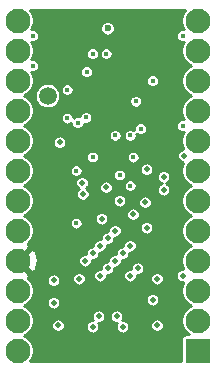
<source format=gbr>
%TF.GenerationSoftware,KiCad,Pcbnew,5.1.7+dfsg1-1~bpo10+1*%
%TF.CreationDate,Date%
%TF.ProjectId,ProMicro_POS,50726f4d-6963-4726-9f5f-504f532e6b69,v3.3*%
%TF.SameCoordinates,Original*%
%TF.FileFunction,Copper,L3,Inr*%
%TF.FilePolarity,Positive*%
%FSLAX46Y46*%
G04 Gerber Fmt 4.6, Leading zero omitted, Abs format (unit mm)*
G04 Created by KiCad*
%MOMM*%
%LPD*%
G01*
G04 APERTURE LIST*
%TA.AperFunction,ComponentPad*%
%ADD10R,2.100000X2.100000*%
%TD*%
%TA.AperFunction,ComponentPad*%
%ADD11C,2.100000*%
%TD*%
%TA.AperFunction,ComponentPad*%
%ADD12C,0.600000*%
%TD*%
%TA.AperFunction,ComponentPad*%
%ADD13C,1.500000*%
%TD*%
%TA.AperFunction,ViaPad*%
%ADD14C,0.500000*%
%TD*%
%TA.AperFunction,ViaPad*%
%ADD15C,0.450000*%
%TD*%
%TA.AperFunction,Conductor*%
%ADD16C,0.254000*%
%TD*%
%TA.AperFunction,Conductor*%
%ADD17C,0.100000*%
%TD*%
%ADD18C,0.200000*%
%ADD19C,0.350000*%
G04 APERTURE END LIST*
D10*
%TO.N,RXD*%
%TO.C,A1*%
X0Y0D03*
D11*
%TO.N,TXD*%
X0Y2540000D03*
%TO.N,GND*%
X0Y5080000D03*
%TO.N,Net-(A1-Pad13)*%
X-15240000Y27940000D03*
%TO.N,GND*%
X0Y7620000D03*
%TO.N,Net-(A1-Pad14)*%
X-15240000Y25400000D03*
%TO.N,SDA*%
X0Y10160000D03*
%TO.N,Net-(A1-Pad15)*%
X-15240000Y22860000D03*
%TO.N,SCL*%
X0Y12700000D03*
%TO.N,Net-(A1-Pad16)*%
X-15240000Y20320000D03*
%TO.N,Net-(A1-Pad7)*%
X0Y15240000D03*
%TO.N,Net-(A1-Pad17)*%
X-15240000Y17780000D03*
%TO.N,PWM*%
X0Y17780000D03*
%TO.N,Net-(A1-Pad18)*%
X-15240000Y15240000D03*
%TO.N,Net-(A1-Pad9)*%
X0Y20320000D03*
%TO.N,Net-(A1-Pad19)*%
X-15240000Y12700000D03*
%TO.N,INT*%
X0Y22860000D03*
%TO.N,Net-(A1-Pad20)*%
X-15240000Y10160000D03*
%TO.N,Net-(A1-Pad11)*%
X0Y25400000D03*
%TO.N,+3V3*%
X-15240000Y7620000D03*
%TO.N,Net-(A1-Pad12)*%
X0Y27940000D03*
%TO.N,~RST*%
X-15240000Y5080000D03*
%TO.N,GND*%
X-15240000Y2540000D03*
%TO.N,+5V*%
X-15240000Y0D03*
%TD*%
D12*
%TO.N,*%
%TO.C,H2*%
X-7620000Y27305000D03*
%TD*%
D13*
%TO.N,Net-(TP4-Pad1)*%
%TO.C,TP4*%
X-12700000Y21590000D03*
%TD*%
D14*
%TO.N,GND*%
X-8382000Y2921000D03*
X-6858000Y2921000D03*
X-6350000Y2032000D03*
X-8890000Y2032000D03*
X-4318000Y10414000D03*
X-8255000Y6350000D03*
X-10033000Y6096000D03*
X-12192000Y4064000D03*
X-8128000Y11176000D03*
X-6985000Y10160000D03*
X-1143000Y16510000D03*
X-5461000Y11557000D03*
X-6604000Y12700000D03*
X-5715000Y8890000D03*
X-9525000Y7620000D03*
X-7620000Y6985000D03*
X-6985000Y7620000D03*
X-6350000Y8255000D03*
X-7620000Y9525000D03*
X-8255000Y8890000D03*
X-8890000Y8255000D03*
X-5715000Y6350000D03*
X-5080000Y6985000D03*
X-4445000Y12573000D03*
X-3429000Y2159000D03*
X-11811000Y2159000D03*
X-4318000Y15367000D03*
X-7747000Y13843000D03*
X-12192000Y5969000D03*
X-3429000Y6096000D03*
D15*
X-9461500Y19748500D03*
X-10287000Y15240000D03*
X-10287000Y10795000D03*
X-8890000Y16383000D03*
X-6604000Y14859000D03*
X-5715000Y13970000D03*
X-5461000Y16383000D03*
X-4826000Y18796000D03*
X-8890000Y25146000D03*
X-7747000Y25146000D03*
X-3810000Y22860000D03*
X-11049000Y19685000D03*
X-13970000Y24130000D03*
X-13970000Y26670000D03*
X-1270000Y26670000D03*
X-1270000Y19050000D03*
X-11049000Y22098000D03*
D14*
X-11684000Y17653000D03*
%TO.N,+3V3*%
X-11051006Y8130000D03*
D15*
X-6858000Y24384000D03*
X-8890000Y17780000D03*
X-4445000Y20955000D03*
X-10541000Y22860000D03*
%TO.N,Net-(TP1-Pad1)*%
X-10160000Y19304000D03*
%TO.N,Net-(TP2-Pad1)*%
X-5241283Y21116338D03*
%TO.N,Net-(TP3-Pad1)*%
X-9398000Y23622000D03*
D14*
%TO.N,Net-(JP2-Pad1)*%
X-9715500Y13271500D03*
X-3810000Y4318000D03*
%TO.N,Net-(JP3-Pad1)*%
X-1270000Y6350000D03*
X-9779000Y14224000D03*
%TO.N,SDA*%
X-2870000Y13630000D03*
D15*
X-5715000Y18224500D03*
%TO.N,SCL*%
X-6985000Y18234490D03*
D14*
X-2870000Y14730000D03*
%TD*%
D16*
%TO.N,+3V3*%
X-1069586Y28817787D02*
X-1220282Y28592254D01*
X-1324083Y28341656D01*
X-1377000Y28075623D01*
X-1377000Y27804377D01*
X-1324083Y27538344D01*
X-1220282Y27287746D01*
X-1170331Y27212989D01*
X-1215633Y27222000D01*
X-1324367Y27222000D01*
X-1431012Y27200787D01*
X-1531470Y27159176D01*
X-1621880Y27098766D01*
X-1698766Y27021880D01*
X-1759176Y26931470D01*
X-1800787Y26831012D01*
X-1822000Y26724367D01*
X-1822000Y26615633D01*
X-1800787Y26508988D01*
X-1759176Y26408530D01*
X-1698766Y26318120D01*
X-1621880Y26241234D01*
X-1531470Y26180824D01*
X-1431012Y26139213D01*
X-1324367Y26118000D01*
X-1215633Y26118000D01*
X-1170331Y26127011D01*
X-1220282Y26052254D01*
X-1324083Y25801656D01*
X-1377000Y25535623D01*
X-1377000Y25264377D01*
X-1324083Y24998344D01*
X-1220282Y24747746D01*
X-1069586Y24522213D01*
X-877787Y24330414D01*
X-652254Y24179718D01*
X-532224Y24130000D01*
X-652254Y24080282D01*
X-877787Y23929586D01*
X-1069586Y23737787D01*
X-1220282Y23512254D01*
X-1324083Y23261656D01*
X-1377000Y22995623D01*
X-1377000Y22724377D01*
X-1324083Y22458344D01*
X-1220282Y22207746D01*
X-1069586Y21982213D01*
X-877787Y21790414D01*
X-652254Y21639718D01*
X-532224Y21590000D01*
X-652254Y21540282D01*
X-877787Y21389586D01*
X-1069586Y21197787D01*
X-1220282Y20972254D01*
X-1324083Y20721656D01*
X-1377000Y20455623D01*
X-1377000Y20184377D01*
X-1324083Y19918344D01*
X-1220282Y19667746D01*
X-1170331Y19592989D01*
X-1215633Y19602000D01*
X-1324367Y19602000D01*
X-1431012Y19580787D01*
X-1531470Y19539176D01*
X-1621880Y19478766D01*
X-1698766Y19401880D01*
X-1759176Y19311470D01*
X-1800787Y19211012D01*
X-1822000Y19104367D01*
X-1822000Y18995633D01*
X-1800787Y18888988D01*
X-1759176Y18788530D01*
X-1698766Y18698120D01*
X-1621880Y18621234D01*
X-1531470Y18560824D01*
X-1431012Y18519213D01*
X-1324367Y18498000D01*
X-1215633Y18498000D01*
X-1170331Y18507011D01*
X-1220282Y18432254D01*
X-1324083Y18181656D01*
X-1377000Y17915623D01*
X-1377000Y17644377D01*
X-1324083Y17378344D01*
X-1220282Y17127746D01*
X-1193056Y17087000D01*
X-1199830Y17087000D01*
X-1311305Y17064826D01*
X-1416312Y17021331D01*
X-1510816Y16958185D01*
X-1591185Y16877816D01*
X-1654331Y16783312D01*
X-1697826Y16678305D01*
X-1720000Y16566830D01*
X-1720000Y16453170D01*
X-1697826Y16341695D01*
X-1654331Y16236688D01*
X-1591185Y16142184D01*
X-1510816Y16061815D01*
X-1416312Y15998669D01*
X-1311305Y15955174D01*
X-1199830Y15933000D01*
X-1193056Y15933000D01*
X-1220282Y15892254D01*
X-1324083Y15641656D01*
X-1377000Y15375623D01*
X-1377000Y15104377D01*
X-1324083Y14838344D01*
X-1220282Y14587746D01*
X-1069586Y14362213D01*
X-877787Y14170414D01*
X-652254Y14019718D01*
X-532224Y13970000D01*
X-652254Y13920282D01*
X-877787Y13769586D01*
X-1069586Y13577787D01*
X-1220282Y13352254D01*
X-1324083Y13101656D01*
X-1377000Y12835623D01*
X-1377000Y12564377D01*
X-1324083Y12298344D01*
X-1220282Y12047746D01*
X-1069586Y11822213D01*
X-877787Y11630414D01*
X-652254Y11479718D01*
X-532224Y11430000D01*
X-652254Y11380282D01*
X-877787Y11229586D01*
X-1069586Y11037787D01*
X-1220282Y10812254D01*
X-1324083Y10561656D01*
X-1377000Y10295623D01*
X-1377000Y10024377D01*
X-1324083Y9758344D01*
X-1220282Y9507746D01*
X-1069586Y9282213D01*
X-877787Y9090414D01*
X-652254Y8939718D01*
X-532224Y8890000D01*
X-652254Y8840282D01*
X-877787Y8689586D01*
X-1069586Y8497787D01*
X-1220282Y8272254D01*
X-1324083Y8021656D01*
X-1377000Y7755623D01*
X-1377000Y7484377D01*
X-1324083Y7218344D01*
X-1220282Y6967746D01*
X-1189973Y6922386D01*
X-1213170Y6927000D01*
X-1326830Y6927000D01*
X-1438305Y6904826D01*
X-1543312Y6861331D01*
X-1637816Y6798185D01*
X-1718185Y6717816D01*
X-1781331Y6623312D01*
X-1824826Y6518305D01*
X-1847000Y6406830D01*
X-1847000Y6293170D01*
X-1824826Y6181695D01*
X-1781331Y6076688D01*
X-1718185Y5982184D01*
X-1637816Y5901815D01*
X-1543312Y5838669D01*
X-1438305Y5795174D01*
X-1326830Y5773000D01*
X-1213170Y5773000D01*
X-1189973Y5777614D01*
X-1220282Y5732254D01*
X-1324083Y5481656D01*
X-1377000Y5215623D01*
X-1377000Y4944377D01*
X-1324083Y4678344D01*
X-1220282Y4427746D01*
X-1069586Y4202213D01*
X-877787Y4010414D01*
X-652254Y3859718D01*
X-532224Y3810000D01*
X-652254Y3760282D01*
X-877787Y3609586D01*
X-1069586Y3417787D01*
X-1220282Y3192254D01*
X-1324083Y2941656D01*
X-1377000Y2675623D01*
X-1377000Y2404377D01*
X-1324083Y2138344D01*
X-1220282Y1887746D01*
X-1069586Y1662213D01*
X-877787Y1470414D01*
X-740350Y1378582D01*
X-1050000Y1378582D01*
X-1114103Y1372268D01*
X-1175743Y1353570D01*
X-1232550Y1323206D01*
X-1282343Y1282343D01*
X-1323206Y1232550D01*
X-1353570Y1175743D01*
X-1372268Y1114103D01*
X-1378582Y1050000D01*
X-1378582Y-893000D01*
X-14185627Y-893000D01*
X-14170414Y-877787D01*
X-14019718Y-652254D01*
X-13915917Y-401656D01*
X-13863000Y-135623D01*
X-13863000Y135623D01*
X-13915917Y401656D01*
X-14019718Y652254D01*
X-14170414Y877787D01*
X-14362213Y1069586D01*
X-14587746Y1220282D01*
X-14707776Y1270000D01*
X-14587746Y1319718D01*
X-14362213Y1470414D01*
X-14170414Y1662213D01*
X-14019718Y1887746D01*
X-13915917Y2138344D01*
X-13900505Y2215830D01*
X-12388000Y2215830D01*
X-12388000Y2102170D01*
X-12365826Y1990695D01*
X-12322331Y1885688D01*
X-12259185Y1791184D01*
X-12178816Y1710815D01*
X-12084312Y1647669D01*
X-11979305Y1604174D01*
X-11867830Y1582000D01*
X-11754170Y1582000D01*
X-11642695Y1604174D01*
X-11537688Y1647669D01*
X-11443184Y1710815D01*
X-11362815Y1791184D01*
X-11299669Y1885688D01*
X-11256174Y1990695D01*
X-11236654Y2088830D01*
X-9467000Y2088830D01*
X-9467000Y1975170D01*
X-9444826Y1863695D01*
X-9401331Y1758688D01*
X-9338185Y1664184D01*
X-9257816Y1583815D01*
X-9163312Y1520669D01*
X-9058305Y1477174D01*
X-8946830Y1455000D01*
X-8833170Y1455000D01*
X-8721695Y1477174D01*
X-8616688Y1520669D01*
X-8522184Y1583815D01*
X-8441815Y1664184D01*
X-8378669Y1758688D01*
X-8335174Y1863695D01*
X-8313000Y1975170D01*
X-8313000Y2088830D01*
X-8335174Y2200305D01*
X-8378669Y2305312D01*
X-8404520Y2344000D01*
X-8325170Y2344000D01*
X-8213695Y2366174D01*
X-8108688Y2409669D01*
X-8014184Y2472815D01*
X-7933815Y2553184D01*
X-7870669Y2647688D01*
X-7827174Y2752695D01*
X-7805000Y2864170D01*
X-7805000Y2977830D01*
X-7435000Y2977830D01*
X-7435000Y2864170D01*
X-7412826Y2752695D01*
X-7369331Y2647688D01*
X-7306185Y2553184D01*
X-7225816Y2472815D01*
X-7131312Y2409669D01*
X-7026305Y2366174D01*
X-6914830Y2344000D01*
X-6835480Y2344000D01*
X-6861331Y2305312D01*
X-6904826Y2200305D01*
X-6927000Y2088830D01*
X-6927000Y1975170D01*
X-6904826Y1863695D01*
X-6861331Y1758688D01*
X-6798185Y1664184D01*
X-6717816Y1583815D01*
X-6623312Y1520669D01*
X-6518305Y1477174D01*
X-6406830Y1455000D01*
X-6293170Y1455000D01*
X-6181695Y1477174D01*
X-6076688Y1520669D01*
X-5982184Y1583815D01*
X-5901815Y1664184D01*
X-5838669Y1758688D01*
X-5795174Y1863695D01*
X-5773000Y1975170D01*
X-5773000Y2088830D01*
X-5795174Y2200305D01*
X-5801604Y2215830D01*
X-4006000Y2215830D01*
X-4006000Y2102170D01*
X-3983826Y1990695D01*
X-3940331Y1885688D01*
X-3877185Y1791184D01*
X-3796816Y1710815D01*
X-3702312Y1647669D01*
X-3597305Y1604174D01*
X-3485830Y1582000D01*
X-3372170Y1582000D01*
X-3260695Y1604174D01*
X-3155688Y1647669D01*
X-3061184Y1710815D01*
X-2980815Y1791184D01*
X-2917669Y1885688D01*
X-2874174Y1990695D01*
X-2852000Y2102170D01*
X-2852000Y2215830D01*
X-2874174Y2327305D01*
X-2917669Y2432312D01*
X-2980815Y2526816D01*
X-3061184Y2607185D01*
X-3155688Y2670331D01*
X-3260695Y2713826D01*
X-3372170Y2736000D01*
X-3485830Y2736000D01*
X-3597305Y2713826D01*
X-3702312Y2670331D01*
X-3796816Y2607185D01*
X-3877185Y2526816D01*
X-3940331Y2432312D01*
X-3983826Y2327305D01*
X-4006000Y2215830D01*
X-5801604Y2215830D01*
X-5838669Y2305312D01*
X-5901815Y2399816D01*
X-5982184Y2480185D01*
X-6076688Y2543331D01*
X-6181695Y2586826D01*
X-6293170Y2609000D01*
X-6372520Y2609000D01*
X-6346669Y2647688D01*
X-6303174Y2752695D01*
X-6281000Y2864170D01*
X-6281000Y2977830D01*
X-6303174Y3089305D01*
X-6346669Y3194312D01*
X-6409815Y3288816D01*
X-6490184Y3369185D01*
X-6584688Y3432331D01*
X-6689695Y3475826D01*
X-6801170Y3498000D01*
X-6914830Y3498000D01*
X-7026305Y3475826D01*
X-7131312Y3432331D01*
X-7225816Y3369185D01*
X-7306185Y3288816D01*
X-7369331Y3194312D01*
X-7412826Y3089305D01*
X-7435000Y2977830D01*
X-7805000Y2977830D01*
X-7827174Y3089305D01*
X-7870669Y3194312D01*
X-7933815Y3288816D01*
X-8014184Y3369185D01*
X-8108688Y3432331D01*
X-8213695Y3475826D01*
X-8325170Y3498000D01*
X-8438830Y3498000D01*
X-8550305Y3475826D01*
X-8655312Y3432331D01*
X-8749816Y3369185D01*
X-8830185Y3288816D01*
X-8893331Y3194312D01*
X-8936826Y3089305D01*
X-8959000Y2977830D01*
X-8959000Y2864170D01*
X-8936826Y2752695D01*
X-8893331Y2647688D01*
X-8867480Y2609000D01*
X-8946830Y2609000D01*
X-9058305Y2586826D01*
X-9163312Y2543331D01*
X-9257816Y2480185D01*
X-9338185Y2399816D01*
X-9401331Y2305312D01*
X-9444826Y2200305D01*
X-9467000Y2088830D01*
X-11236654Y2088830D01*
X-11234000Y2102170D01*
X-11234000Y2215830D01*
X-11256174Y2327305D01*
X-11299669Y2432312D01*
X-11362815Y2526816D01*
X-11443184Y2607185D01*
X-11537688Y2670331D01*
X-11642695Y2713826D01*
X-11754170Y2736000D01*
X-11867830Y2736000D01*
X-11979305Y2713826D01*
X-12084312Y2670331D01*
X-12178816Y2607185D01*
X-12259185Y2526816D01*
X-12322331Y2432312D01*
X-12365826Y2327305D01*
X-12388000Y2215830D01*
X-13900505Y2215830D01*
X-13863000Y2404377D01*
X-13863000Y2675623D01*
X-13915917Y2941656D01*
X-14019718Y3192254D01*
X-14170414Y3417787D01*
X-14362213Y3609586D01*
X-14587746Y3760282D01*
X-14707776Y3810000D01*
X-14587746Y3859718D01*
X-14362213Y4010414D01*
X-14251797Y4120830D01*
X-12769000Y4120830D01*
X-12769000Y4007170D01*
X-12746826Y3895695D01*
X-12703331Y3790688D01*
X-12640185Y3696184D01*
X-12559816Y3615815D01*
X-12465312Y3552669D01*
X-12360305Y3509174D01*
X-12248830Y3487000D01*
X-12135170Y3487000D01*
X-12023695Y3509174D01*
X-11918688Y3552669D01*
X-11824184Y3615815D01*
X-11743815Y3696184D01*
X-11680669Y3790688D01*
X-11637174Y3895695D01*
X-11615000Y4007170D01*
X-11615000Y4120830D01*
X-11637174Y4232305D01*
X-11680669Y4337312D01*
X-11705737Y4374830D01*
X-4387000Y4374830D01*
X-4387000Y4261170D01*
X-4364826Y4149695D01*
X-4321331Y4044688D01*
X-4258185Y3950184D01*
X-4177816Y3869815D01*
X-4083312Y3806669D01*
X-3978305Y3763174D01*
X-3866830Y3741000D01*
X-3753170Y3741000D01*
X-3641695Y3763174D01*
X-3536688Y3806669D01*
X-3442184Y3869815D01*
X-3361815Y3950184D01*
X-3298669Y4044688D01*
X-3255174Y4149695D01*
X-3233000Y4261170D01*
X-3233000Y4374830D01*
X-3255174Y4486305D01*
X-3298669Y4591312D01*
X-3361815Y4685816D01*
X-3442184Y4766185D01*
X-3536688Y4829331D01*
X-3641695Y4872826D01*
X-3753170Y4895000D01*
X-3866830Y4895000D01*
X-3978305Y4872826D01*
X-4083312Y4829331D01*
X-4177816Y4766185D01*
X-4258185Y4685816D01*
X-4321331Y4591312D01*
X-4364826Y4486305D01*
X-4387000Y4374830D01*
X-11705737Y4374830D01*
X-11743815Y4431816D01*
X-11824184Y4512185D01*
X-11918688Y4575331D01*
X-12023695Y4618826D01*
X-12135170Y4641000D01*
X-12248830Y4641000D01*
X-12360305Y4618826D01*
X-12465312Y4575331D01*
X-12559816Y4512185D01*
X-12640185Y4431816D01*
X-12703331Y4337312D01*
X-12746826Y4232305D01*
X-12769000Y4120830D01*
X-14251797Y4120830D01*
X-14170414Y4202213D01*
X-14019718Y4427746D01*
X-13915917Y4678344D01*
X-13863000Y4944377D01*
X-13863000Y5215623D01*
X-13915917Y5481656D01*
X-14019718Y5732254D01*
X-14170414Y5957787D01*
X-14238457Y6025830D01*
X-12769000Y6025830D01*
X-12769000Y5912170D01*
X-12746826Y5800695D01*
X-12703331Y5695688D01*
X-12640185Y5601184D01*
X-12559816Y5520815D01*
X-12465312Y5457669D01*
X-12360305Y5414174D01*
X-12248830Y5392000D01*
X-12135170Y5392000D01*
X-12023695Y5414174D01*
X-11918688Y5457669D01*
X-11824184Y5520815D01*
X-11743815Y5601184D01*
X-11680669Y5695688D01*
X-11637174Y5800695D01*
X-11615000Y5912170D01*
X-11615000Y6025830D01*
X-11637174Y6137305D01*
X-11643604Y6152830D01*
X-10610000Y6152830D01*
X-10610000Y6039170D01*
X-10587826Y5927695D01*
X-10544331Y5822688D01*
X-10481185Y5728184D01*
X-10400816Y5647815D01*
X-10306312Y5584669D01*
X-10201305Y5541174D01*
X-10089830Y5519000D01*
X-9976170Y5519000D01*
X-9864695Y5541174D01*
X-9759688Y5584669D01*
X-9665184Y5647815D01*
X-9584815Y5728184D01*
X-9521669Y5822688D01*
X-9478174Y5927695D01*
X-9456000Y6039170D01*
X-9456000Y6152830D01*
X-9478174Y6264305D01*
X-9521669Y6369312D01*
X-9546737Y6406830D01*
X-8832000Y6406830D01*
X-8832000Y6293170D01*
X-8809826Y6181695D01*
X-8766331Y6076688D01*
X-8703185Y5982184D01*
X-8622816Y5901815D01*
X-8528312Y5838669D01*
X-8423305Y5795174D01*
X-8311830Y5773000D01*
X-8198170Y5773000D01*
X-8086695Y5795174D01*
X-7981688Y5838669D01*
X-7887184Y5901815D01*
X-7806815Y5982184D01*
X-7743669Y6076688D01*
X-7700174Y6181695D01*
X-7678000Y6293170D01*
X-7678000Y6406830D01*
X-6292000Y6406830D01*
X-6292000Y6293170D01*
X-6269826Y6181695D01*
X-6226331Y6076688D01*
X-6163185Y5982184D01*
X-6082816Y5901815D01*
X-5988312Y5838669D01*
X-5883305Y5795174D01*
X-5771830Y5773000D01*
X-5658170Y5773000D01*
X-5546695Y5795174D01*
X-5441688Y5838669D01*
X-5347184Y5901815D01*
X-5266815Y5982184D01*
X-5203669Y6076688D01*
X-5172131Y6152830D01*
X-4006000Y6152830D01*
X-4006000Y6039170D01*
X-3983826Y5927695D01*
X-3940331Y5822688D01*
X-3877185Y5728184D01*
X-3796816Y5647815D01*
X-3702312Y5584669D01*
X-3597305Y5541174D01*
X-3485830Y5519000D01*
X-3372170Y5519000D01*
X-3260695Y5541174D01*
X-3155688Y5584669D01*
X-3061184Y5647815D01*
X-2980815Y5728184D01*
X-2917669Y5822688D01*
X-2874174Y5927695D01*
X-2852000Y6039170D01*
X-2852000Y6152830D01*
X-2874174Y6264305D01*
X-2917669Y6369312D01*
X-2980815Y6463816D01*
X-3061184Y6544185D01*
X-3155688Y6607331D01*
X-3260695Y6650826D01*
X-3372170Y6673000D01*
X-3485830Y6673000D01*
X-3597305Y6650826D01*
X-3702312Y6607331D01*
X-3796816Y6544185D01*
X-3877185Y6463816D01*
X-3940331Y6369312D01*
X-3983826Y6264305D01*
X-4006000Y6152830D01*
X-5172131Y6152830D01*
X-5160174Y6181695D01*
X-5138000Y6293170D01*
X-5138000Y6406830D01*
X-5138291Y6408291D01*
X-5136830Y6408000D01*
X-5023170Y6408000D01*
X-4911695Y6430174D01*
X-4806688Y6473669D01*
X-4712184Y6536815D01*
X-4631815Y6617184D01*
X-4568669Y6711688D01*
X-4525174Y6816695D01*
X-4503000Y6928170D01*
X-4503000Y7041830D01*
X-4525174Y7153305D01*
X-4568669Y7258312D01*
X-4631815Y7352816D01*
X-4712184Y7433185D01*
X-4806688Y7496331D01*
X-4911695Y7539826D01*
X-5023170Y7562000D01*
X-5136830Y7562000D01*
X-5248305Y7539826D01*
X-5353312Y7496331D01*
X-5447816Y7433185D01*
X-5528185Y7352816D01*
X-5591331Y7258312D01*
X-5634826Y7153305D01*
X-5657000Y7041830D01*
X-5657000Y6928170D01*
X-5656709Y6926709D01*
X-5658170Y6927000D01*
X-5771830Y6927000D01*
X-5883305Y6904826D01*
X-5988312Y6861331D01*
X-6082816Y6798185D01*
X-6163185Y6717816D01*
X-6226331Y6623312D01*
X-6269826Y6518305D01*
X-6292000Y6406830D01*
X-7678000Y6406830D01*
X-7678291Y6408291D01*
X-7676830Y6408000D01*
X-7563170Y6408000D01*
X-7451695Y6430174D01*
X-7346688Y6473669D01*
X-7252184Y6536815D01*
X-7171815Y6617184D01*
X-7108669Y6711688D01*
X-7065174Y6816695D01*
X-7043000Y6928170D01*
X-7043000Y7041830D01*
X-7043291Y7043291D01*
X-7041830Y7043000D01*
X-6928170Y7043000D01*
X-6816695Y7065174D01*
X-6711688Y7108669D01*
X-6617184Y7171815D01*
X-6536815Y7252184D01*
X-6473669Y7346688D01*
X-6430174Y7451695D01*
X-6408000Y7563170D01*
X-6408000Y7676830D01*
X-6408291Y7678291D01*
X-6406830Y7678000D01*
X-6293170Y7678000D01*
X-6181695Y7700174D01*
X-6076688Y7743669D01*
X-5982184Y7806815D01*
X-5901815Y7887184D01*
X-5838669Y7981688D01*
X-5795174Y8086695D01*
X-5773000Y8198170D01*
X-5773000Y8311830D01*
X-5773291Y8313291D01*
X-5771830Y8313000D01*
X-5658170Y8313000D01*
X-5546695Y8335174D01*
X-5441688Y8378669D01*
X-5347184Y8441815D01*
X-5266815Y8522184D01*
X-5203669Y8616688D01*
X-5160174Y8721695D01*
X-5138000Y8833170D01*
X-5138000Y8946830D01*
X-5160174Y9058305D01*
X-5203669Y9163312D01*
X-5266815Y9257816D01*
X-5347184Y9338185D01*
X-5441688Y9401331D01*
X-5546695Y9444826D01*
X-5658170Y9467000D01*
X-5771830Y9467000D01*
X-5883305Y9444826D01*
X-5988312Y9401331D01*
X-6082816Y9338185D01*
X-6163185Y9257816D01*
X-6226331Y9163312D01*
X-6269826Y9058305D01*
X-6292000Y8946830D01*
X-6292000Y8833170D01*
X-6291709Y8831709D01*
X-6293170Y8832000D01*
X-6406830Y8832000D01*
X-6518305Y8809826D01*
X-6623312Y8766331D01*
X-6717816Y8703185D01*
X-6798185Y8622816D01*
X-6861331Y8528312D01*
X-6904826Y8423305D01*
X-6927000Y8311830D01*
X-6927000Y8198170D01*
X-6926709Y8196709D01*
X-6928170Y8197000D01*
X-7041830Y8197000D01*
X-7153305Y8174826D01*
X-7258312Y8131331D01*
X-7352816Y8068185D01*
X-7433185Y7987816D01*
X-7496331Y7893312D01*
X-7539826Y7788305D01*
X-7562000Y7676830D01*
X-7562000Y7563170D01*
X-7561709Y7561709D01*
X-7563170Y7562000D01*
X-7676830Y7562000D01*
X-7788305Y7539826D01*
X-7893312Y7496331D01*
X-7987816Y7433185D01*
X-8068185Y7352816D01*
X-8131331Y7258312D01*
X-8174826Y7153305D01*
X-8197000Y7041830D01*
X-8197000Y6928170D01*
X-8196709Y6926709D01*
X-8198170Y6927000D01*
X-8311830Y6927000D01*
X-8423305Y6904826D01*
X-8528312Y6861331D01*
X-8622816Y6798185D01*
X-8703185Y6717816D01*
X-8766331Y6623312D01*
X-8809826Y6518305D01*
X-8832000Y6406830D01*
X-9546737Y6406830D01*
X-9584815Y6463816D01*
X-9665184Y6544185D01*
X-9759688Y6607331D01*
X-9864695Y6650826D01*
X-9976170Y6673000D01*
X-10089830Y6673000D01*
X-10201305Y6650826D01*
X-10306312Y6607331D01*
X-10400816Y6544185D01*
X-10481185Y6463816D01*
X-10544331Y6369312D01*
X-10587826Y6264305D01*
X-10610000Y6152830D01*
X-11643604Y6152830D01*
X-11680669Y6242312D01*
X-11743815Y6336816D01*
X-11824184Y6417185D01*
X-11918688Y6480331D01*
X-12023695Y6523826D01*
X-12135170Y6546000D01*
X-12248830Y6546000D01*
X-12360305Y6523826D01*
X-12465312Y6480331D01*
X-12559816Y6417185D01*
X-12640185Y6336816D01*
X-12703331Y6242312D01*
X-12746826Y6137305D01*
X-12769000Y6025830D01*
X-14238457Y6025830D01*
X-14362213Y6149586D01*
X-14381743Y6162635D01*
X-14350339Y6179421D01*
X-14248539Y6448934D01*
X-15240000Y7440395D01*
X-15254142Y7426252D01*
X-15433747Y7605857D01*
X-15419605Y7620000D01*
X-15060395Y7620000D01*
X-14068934Y6628539D01*
X-13799421Y6730339D01*
X-13653537Y7028477D01*
X-13568620Y7349346D01*
X-13548171Y7676830D01*
X-10102000Y7676830D01*
X-10102000Y7563170D01*
X-10079826Y7451695D01*
X-10036331Y7346688D01*
X-9973185Y7252184D01*
X-9892816Y7171815D01*
X-9798312Y7108669D01*
X-9693305Y7065174D01*
X-9581830Y7043000D01*
X-9468170Y7043000D01*
X-9356695Y7065174D01*
X-9251688Y7108669D01*
X-9157184Y7171815D01*
X-9076815Y7252184D01*
X-9013669Y7346688D01*
X-8970174Y7451695D01*
X-8948000Y7563170D01*
X-8948000Y7676830D01*
X-8948291Y7678291D01*
X-8946830Y7678000D01*
X-8833170Y7678000D01*
X-8721695Y7700174D01*
X-8616688Y7743669D01*
X-8522184Y7806815D01*
X-8441815Y7887184D01*
X-8378669Y7981688D01*
X-8335174Y8086695D01*
X-8313000Y8198170D01*
X-8313000Y8311830D01*
X-8313291Y8313291D01*
X-8311830Y8313000D01*
X-8198170Y8313000D01*
X-8086695Y8335174D01*
X-7981688Y8378669D01*
X-7887184Y8441815D01*
X-7806815Y8522184D01*
X-7743669Y8616688D01*
X-7700174Y8721695D01*
X-7678000Y8833170D01*
X-7678000Y8946830D01*
X-7678291Y8948291D01*
X-7676830Y8948000D01*
X-7563170Y8948000D01*
X-7451695Y8970174D01*
X-7346688Y9013669D01*
X-7252184Y9076815D01*
X-7171815Y9157184D01*
X-7108669Y9251688D01*
X-7065174Y9356695D01*
X-7043000Y9468170D01*
X-7043000Y9581830D01*
X-7043291Y9583291D01*
X-7041830Y9583000D01*
X-6928170Y9583000D01*
X-6816695Y9605174D01*
X-6711688Y9648669D01*
X-6617184Y9711815D01*
X-6536815Y9792184D01*
X-6473669Y9886688D01*
X-6430174Y9991695D01*
X-6408000Y10103170D01*
X-6408000Y10216830D01*
X-6430174Y10328305D01*
X-6473669Y10433312D01*
X-6498737Y10470830D01*
X-4895000Y10470830D01*
X-4895000Y10357170D01*
X-4872826Y10245695D01*
X-4829331Y10140688D01*
X-4766185Y10046184D01*
X-4685816Y9965815D01*
X-4591312Y9902669D01*
X-4486305Y9859174D01*
X-4374830Y9837000D01*
X-4261170Y9837000D01*
X-4149695Y9859174D01*
X-4044688Y9902669D01*
X-3950184Y9965815D01*
X-3869815Y10046184D01*
X-3806669Y10140688D01*
X-3763174Y10245695D01*
X-3741000Y10357170D01*
X-3741000Y10470830D01*
X-3763174Y10582305D01*
X-3806669Y10687312D01*
X-3869815Y10781816D01*
X-3950184Y10862185D01*
X-4044688Y10925331D01*
X-4149695Y10968826D01*
X-4261170Y10991000D01*
X-4374830Y10991000D01*
X-4486305Y10968826D01*
X-4591312Y10925331D01*
X-4685816Y10862185D01*
X-4766185Y10781816D01*
X-4829331Y10687312D01*
X-4872826Y10582305D01*
X-4895000Y10470830D01*
X-6498737Y10470830D01*
X-6536815Y10527816D01*
X-6617184Y10608185D01*
X-6711688Y10671331D01*
X-6816695Y10714826D01*
X-6928170Y10737000D01*
X-7041830Y10737000D01*
X-7153305Y10714826D01*
X-7258312Y10671331D01*
X-7352816Y10608185D01*
X-7433185Y10527816D01*
X-7496331Y10433312D01*
X-7539826Y10328305D01*
X-7562000Y10216830D01*
X-7562000Y10103170D01*
X-7561709Y10101709D01*
X-7563170Y10102000D01*
X-7676830Y10102000D01*
X-7788305Y10079826D01*
X-7893312Y10036331D01*
X-7987816Y9973185D01*
X-8068185Y9892816D01*
X-8131331Y9798312D01*
X-8174826Y9693305D01*
X-8197000Y9581830D01*
X-8197000Y9468170D01*
X-8196709Y9466709D01*
X-8198170Y9467000D01*
X-8311830Y9467000D01*
X-8423305Y9444826D01*
X-8528312Y9401331D01*
X-8622816Y9338185D01*
X-8703185Y9257816D01*
X-8766331Y9163312D01*
X-8809826Y9058305D01*
X-8832000Y8946830D01*
X-8832000Y8833170D01*
X-8831709Y8831709D01*
X-8833170Y8832000D01*
X-8946830Y8832000D01*
X-9058305Y8809826D01*
X-9163312Y8766331D01*
X-9257816Y8703185D01*
X-9338185Y8622816D01*
X-9401331Y8528312D01*
X-9444826Y8423305D01*
X-9467000Y8311830D01*
X-9467000Y8198170D01*
X-9466709Y8196709D01*
X-9468170Y8197000D01*
X-9581830Y8197000D01*
X-9693305Y8174826D01*
X-9798312Y8131331D01*
X-9892816Y8068185D01*
X-9973185Y7987816D01*
X-10036331Y7893312D01*
X-10079826Y7788305D01*
X-10102000Y7676830D01*
X-13548171Y7676830D01*
X-13547934Y7680617D01*
X-13592272Y8009557D01*
X-13699931Y8323527D01*
X-13799421Y8509661D01*
X-14068934Y8611461D01*
X-15060395Y7620000D01*
X-15419605Y7620000D01*
X-15433747Y7634142D01*
X-15254142Y7813747D01*
X-15240000Y7799605D01*
X-14248539Y8791066D01*
X-14350339Y9060579D01*
X-14382969Y9076545D01*
X-14362213Y9090414D01*
X-14170414Y9282213D01*
X-14019718Y9507746D01*
X-13915917Y9758344D01*
X-13863000Y10024377D01*
X-13863000Y10295623D01*
X-13915917Y10561656D01*
X-14019718Y10812254D01*
X-14044516Y10849367D01*
X-10839000Y10849367D01*
X-10839000Y10740633D01*
X-10817787Y10633988D01*
X-10776176Y10533530D01*
X-10715766Y10443120D01*
X-10638880Y10366234D01*
X-10548470Y10305824D01*
X-10448012Y10264213D01*
X-10341367Y10243000D01*
X-10232633Y10243000D01*
X-10125988Y10264213D01*
X-10025530Y10305824D01*
X-9935120Y10366234D01*
X-9858234Y10443120D01*
X-9797824Y10533530D01*
X-9756213Y10633988D01*
X-9735000Y10740633D01*
X-9735000Y10849367D01*
X-9756213Y10956012D01*
X-9797824Y11056470D01*
X-9858234Y11146880D01*
X-9935120Y11223766D01*
X-9948685Y11232830D01*
X-8705000Y11232830D01*
X-8705000Y11119170D01*
X-8682826Y11007695D01*
X-8639331Y10902688D01*
X-8576185Y10808184D01*
X-8495816Y10727815D01*
X-8401312Y10664669D01*
X-8296305Y10621174D01*
X-8184830Y10599000D01*
X-8071170Y10599000D01*
X-7959695Y10621174D01*
X-7854688Y10664669D01*
X-7760184Y10727815D01*
X-7679815Y10808184D01*
X-7616669Y10902688D01*
X-7573174Y11007695D01*
X-7551000Y11119170D01*
X-7551000Y11232830D01*
X-7573174Y11344305D01*
X-7616669Y11449312D01*
X-7679815Y11543816D01*
X-7749829Y11613830D01*
X-6038000Y11613830D01*
X-6038000Y11500170D01*
X-6015826Y11388695D01*
X-5972331Y11283688D01*
X-5909185Y11189184D01*
X-5828816Y11108815D01*
X-5734312Y11045669D01*
X-5629305Y11002174D01*
X-5517830Y10980000D01*
X-5404170Y10980000D01*
X-5292695Y11002174D01*
X-5187688Y11045669D01*
X-5093184Y11108815D01*
X-5012815Y11189184D01*
X-4949669Y11283688D01*
X-4906174Y11388695D01*
X-4884000Y11500170D01*
X-4884000Y11613830D01*
X-4906174Y11725305D01*
X-4949669Y11830312D01*
X-5012815Y11924816D01*
X-5093184Y12005185D01*
X-5187688Y12068331D01*
X-5292695Y12111826D01*
X-5404170Y12134000D01*
X-5517830Y12134000D01*
X-5629305Y12111826D01*
X-5734312Y12068331D01*
X-5828816Y12005185D01*
X-5909185Y11924816D01*
X-5972331Y11830312D01*
X-6015826Y11725305D01*
X-6038000Y11613830D01*
X-7749829Y11613830D01*
X-7760184Y11624185D01*
X-7854688Y11687331D01*
X-7959695Y11730826D01*
X-8071170Y11753000D01*
X-8184830Y11753000D01*
X-8296305Y11730826D01*
X-8401312Y11687331D01*
X-8495816Y11624185D01*
X-8576185Y11543816D01*
X-8639331Y11449312D01*
X-8682826Y11344305D01*
X-8705000Y11232830D01*
X-9948685Y11232830D01*
X-10025530Y11284176D01*
X-10125988Y11325787D01*
X-10232633Y11347000D01*
X-10341367Y11347000D01*
X-10448012Y11325787D01*
X-10548470Y11284176D01*
X-10638880Y11223766D01*
X-10715766Y11146880D01*
X-10776176Y11056470D01*
X-10817787Y10956012D01*
X-10839000Y10849367D01*
X-14044516Y10849367D01*
X-14170414Y11037787D01*
X-14362213Y11229586D01*
X-14587746Y11380282D01*
X-14707776Y11430000D01*
X-14587746Y11479718D01*
X-14362213Y11630414D01*
X-14170414Y11822213D01*
X-14019718Y12047746D01*
X-13915917Y12298344D01*
X-13863000Y12564377D01*
X-13863000Y12835623D01*
X-13915917Y13101656D01*
X-14019718Y13352254D01*
X-14170414Y13577787D01*
X-14362213Y13769586D01*
X-14587746Y13920282D01*
X-14707776Y13970000D01*
X-14587746Y14019718D01*
X-14362213Y14170414D01*
X-14251797Y14280830D01*
X-10356000Y14280830D01*
X-10356000Y14167170D01*
X-10333826Y14055695D01*
X-10290331Y13950688D01*
X-10227185Y13856184D01*
X-10146816Y13775815D01*
X-10073064Y13726535D01*
X-10083316Y13719685D01*
X-10163685Y13639316D01*
X-10226831Y13544812D01*
X-10270326Y13439805D01*
X-10292500Y13328330D01*
X-10292500Y13214670D01*
X-10270326Y13103195D01*
X-10226831Y12998188D01*
X-10163685Y12903684D01*
X-10083316Y12823315D01*
X-9988812Y12760169D01*
X-9883805Y12716674D01*
X-9772330Y12694500D01*
X-9658670Y12694500D01*
X-9547195Y12716674D01*
X-9450250Y12756830D01*
X-7181000Y12756830D01*
X-7181000Y12643170D01*
X-7158826Y12531695D01*
X-7115331Y12426688D01*
X-7052185Y12332184D01*
X-6971816Y12251815D01*
X-6877312Y12188669D01*
X-6772305Y12145174D01*
X-6660830Y12123000D01*
X-6547170Y12123000D01*
X-6435695Y12145174D01*
X-6330688Y12188669D01*
X-6236184Y12251815D01*
X-6155815Y12332184D01*
X-6092669Y12426688D01*
X-6049174Y12531695D01*
X-6029654Y12629830D01*
X-5022000Y12629830D01*
X-5022000Y12516170D01*
X-4999826Y12404695D01*
X-4956331Y12299688D01*
X-4893185Y12205184D01*
X-4812816Y12124815D01*
X-4718312Y12061669D01*
X-4613305Y12018174D01*
X-4501830Y11996000D01*
X-4388170Y11996000D01*
X-4276695Y12018174D01*
X-4171688Y12061669D01*
X-4077184Y12124815D01*
X-3996815Y12205184D01*
X-3933669Y12299688D01*
X-3890174Y12404695D01*
X-3868000Y12516170D01*
X-3868000Y12629830D01*
X-3890174Y12741305D01*
X-3933669Y12846312D01*
X-3996815Y12940816D01*
X-4077184Y13021185D01*
X-4171688Y13084331D01*
X-4276695Y13127826D01*
X-4388170Y13150000D01*
X-4501830Y13150000D01*
X-4613305Y13127826D01*
X-4718312Y13084331D01*
X-4812816Y13021185D01*
X-4893185Y12940816D01*
X-4956331Y12846312D01*
X-4999826Y12741305D01*
X-5022000Y12629830D01*
X-6029654Y12629830D01*
X-6027000Y12643170D01*
X-6027000Y12756830D01*
X-6049174Y12868305D01*
X-6092669Y12973312D01*
X-6155815Y13067816D01*
X-6236184Y13148185D01*
X-6330688Y13211331D01*
X-6435695Y13254826D01*
X-6547170Y13277000D01*
X-6660830Y13277000D01*
X-6772305Y13254826D01*
X-6877312Y13211331D01*
X-6971816Y13148185D01*
X-7052185Y13067816D01*
X-7115331Y12973312D01*
X-7158826Y12868305D01*
X-7181000Y12756830D01*
X-9450250Y12756830D01*
X-9442188Y12760169D01*
X-9347684Y12823315D01*
X-9267315Y12903684D01*
X-9204169Y12998188D01*
X-9160674Y13103195D01*
X-9138500Y13214670D01*
X-9138500Y13328330D01*
X-9160674Y13439805D01*
X-9204169Y13544812D01*
X-9267315Y13639316D01*
X-9347684Y13719685D01*
X-9421436Y13768965D01*
X-9411184Y13775815D01*
X-9330815Y13856184D01*
X-9301652Y13899830D01*
X-8324000Y13899830D01*
X-8324000Y13786170D01*
X-8301826Y13674695D01*
X-8258331Y13569688D01*
X-8195185Y13475184D01*
X-8114816Y13394815D01*
X-8020312Y13331669D01*
X-7915305Y13288174D01*
X-7803830Y13266000D01*
X-7690170Y13266000D01*
X-7578695Y13288174D01*
X-7473688Y13331669D01*
X-7379184Y13394815D01*
X-7298815Y13475184D01*
X-7235669Y13569688D01*
X-7192174Y13674695D01*
X-7170000Y13786170D01*
X-7170000Y13899830D01*
X-7192174Y14011305D01*
X-7197584Y14024367D01*
X-6267000Y14024367D01*
X-6267000Y13915633D01*
X-6245787Y13808988D01*
X-6204176Y13708530D01*
X-6143766Y13618120D01*
X-6066880Y13541234D01*
X-5976470Y13480824D01*
X-5876012Y13439213D01*
X-5769367Y13418000D01*
X-5660633Y13418000D01*
X-5553988Y13439213D01*
X-5453530Y13480824D01*
X-5363120Y13541234D01*
X-5286234Y13618120D01*
X-5225824Y13708530D01*
X-5184213Y13808988D01*
X-5163000Y13915633D01*
X-5163000Y14024367D01*
X-5184213Y14131012D01*
X-5225824Y14231470D01*
X-5286234Y14321880D01*
X-5363120Y14398766D01*
X-5453530Y14459176D01*
X-5553988Y14500787D01*
X-5660633Y14522000D01*
X-5769367Y14522000D01*
X-5876012Y14500787D01*
X-5976470Y14459176D01*
X-6066880Y14398766D01*
X-6143766Y14321880D01*
X-6204176Y14231470D01*
X-6245787Y14131012D01*
X-6267000Y14024367D01*
X-7197584Y14024367D01*
X-7235669Y14116312D01*
X-7298815Y14210816D01*
X-7379184Y14291185D01*
X-7473688Y14354331D01*
X-7578695Y14397826D01*
X-7690170Y14420000D01*
X-7803830Y14420000D01*
X-7915305Y14397826D01*
X-8020312Y14354331D01*
X-8114816Y14291185D01*
X-8195185Y14210816D01*
X-8258331Y14116312D01*
X-8301826Y14011305D01*
X-8324000Y13899830D01*
X-9301652Y13899830D01*
X-9267669Y13950688D01*
X-9224174Y14055695D01*
X-9202000Y14167170D01*
X-9202000Y14280830D01*
X-9224174Y14392305D01*
X-9267669Y14497312D01*
X-9330815Y14591816D01*
X-9411184Y14672185D01*
X-9505688Y14735331D01*
X-9610695Y14778826D01*
X-9722170Y14801000D01*
X-9835830Y14801000D01*
X-9947305Y14778826D01*
X-10052312Y14735331D01*
X-10146816Y14672185D01*
X-10227185Y14591816D01*
X-10290331Y14497312D01*
X-10333826Y14392305D01*
X-10356000Y14280830D01*
X-14251797Y14280830D01*
X-14170414Y14362213D01*
X-14019718Y14587746D01*
X-13915917Y14838344D01*
X-13863000Y15104377D01*
X-13863000Y15294367D01*
X-10839000Y15294367D01*
X-10839000Y15185633D01*
X-10817787Y15078988D01*
X-10776176Y14978530D01*
X-10715766Y14888120D01*
X-10638880Y14811234D01*
X-10548470Y14750824D01*
X-10448012Y14709213D01*
X-10341367Y14688000D01*
X-10232633Y14688000D01*
X-10125988Y14709213D01*
X-10025530Y14750824D01*
X-9935120Y14811234D01*
X-9858234Y14888120D01*
X-9841365Y14913367D01*
X-7156000Y14913367D01*
X-7156000Y14804633D01*
X-7134787Y14697988D01*
X-7093176Y14597530D01*
X-7032766Y14507120D01*
X-6955880Y14430234D01*
X-6865470Y14369824D01*
X-6765012Y14328213D01*
X-6658367Y14307000D01*
X-6549633Y14307000D01*
X-6442988Y14328213D01*
X-6342530Y14369824D01*
X-6252120Y14430234D01*
X-6175234Y14507120D01*
X-6114824Y14597530D01*
X-6073213Y14697988D01*
X-6055542Y14786830D01*
X-3447000Y14786830D01*
X-3447000Y14673170D01*
X-3424826Y14561695D01*
X-3381331Y14456688D01*
X-3318185Y14362184D01*
X-3237816Y14281815D01*
X-3143312Y14218669D01*
X-3049956Y14180000D01*
X-3143312Y14141331D01*
X-3237816Y14078185D01*
X-3318185Y13997816D01*
X-3381331Y13903312D01*
X-3424826Y13798305D01*
X-3447000Y13686830D01*
X-3447000Y13573170D01*
X-3424826Y13461695D01*
X-3381331Y13356688D01*
X-3318185Y13262184D01*
X-3237816Y13181815D01*
X-3143312Y13118669D01*
X-3038305Y13075174D01*
X-2926830Y13053000D01*
X-2813170Y13053000D01*
X-2701695Y13075174D01*
X-2596688Y13118669D01*
X-2502184Y13181815D01*
X-2421815Y13262184D01*
X-2358669Y13356688D01*
X-2315174Y13461695D01*
X-2293000Y13573170D01*
X-2293000Y13686830D01*
X-2315174Y13798305D01*
X-2358669Y13903312D01*
X-2421815Y13997816D01*
X-2502184Y14078185D01*
X-2596688Y14141331D01*
X-2690044Y14180000D01*
X-2596688Y14218669D01*
X-2502184Y14281815D01*
X-2421815Y14362184D01*
X-2358669Y14456688D01*
X-2315174Y14561695D01*
X-2293000Y14673170D01*
X-2293000Y14786830D01*
X-2315174Y14898305D01*
X-2358669Y15003312D01*
X-2421815Y15097816D01*
X-2502184Y15178185D01*
X-2596688Y15241331D01*
X-2701695Y15284826D01*
X-2813170Y15307000D01*
X-2926830Y15307000D01*
X-3038305Y15284826D01*
X-3143312Y15241331D01*
X-3237816Y15178185D01*
X-3318185Y15097816D01*
X-3381331Y15003312D01*
X-3424826Y14898305D01*
X-3447000Y14786830D01*
X-6055542Y14786830D01*
X-6052000Y14804633D01*
X-6052000Y14913367D01*
X-6073213Y15020012D01*
X-6114824Y15120470D01*
X-6175234Y15210880D01*
X-6252120Y15287766D01*
X-6342530Y15348176D01*
X-6442988Y15389787D01*
X-6549633Y15411000D01*
X-6658367Y15411000D01*
X-6765012Y15389787D01*
X-6865470Y15348176D01*
X-6955880Y15287766D01*
X-7032766Y15210880D01*
X-7093176Y15120470D01*
X-7134787Y15020012D01*
X-7156000Y14913367D01*
X-9841365Y14913367D01*
X-9797824Y14978530D01*
X-9756213Y15078988D01*
X-9735000Y15185633D01*
X-9735000Y15294367D01*
X-9756213Y15401012D01*
X-9765664Y15423830D01*
X-4895000Y15423830D01*
X-4895000Y15310170D01*
X-4872826Y15198695D01*
X-4829331Y15093688D01*
X-4766185Y14999184D01*
X-4685816Y14918815D01*
X-4591312Y14855669D01*
X-4486305Y14812174D01*
X-4374830Y14790000D01*
X-4261170Y14790000D01*
X-4149695Y14812174D01*
X-4044688Y14855669D01*
X-3950184Y14918815D01*
X-3869815Y14999184D01*
X-3806669Y15093688D01*
X-3763174Y15198695D01*
X-3741000Y15310170D01*
X-3741000Y15423830D01*
X-3763174Y15535305D01*
X-3806669Y15640312D01*
X-3869815Y15734816D01*
X-3950184Y15815185D01*
X-4044688Y15878331D01*
X-4149695Y15921826D01*
X-4261170Y15944000D01*
X-4374830Y15944000D01*
X-4486305Y15921826D01*
X-4591312Y15878331D01*
X-4685816Y15815185D01*
X-4766185Y15734816D01*
X-4829331Y15640312D01*
X-4872826Y15535305D01*
X-4895000Y15423830D01*
X-9765664Y15423830D01*
X-9797824Y15501470D01*
X-9858234Y15591880D01*
X-9935120Y15668766D01*
X-10025530Y15729176D01*
X-10125988Y15770787D01*
X-10232633Y15792000D01*
X-10341367Y15792000D01*
X-10448012Y15770787D01*
X-10548470Y15729176D01*
X-10638880Y15668766D01*
X-10715766Y15591880D01*
X-10776176Y15501470D01*
X-10817787Y15401012D01*
X-10839000Y15294367D01*
X-13863000Y15294367D01*
X-13863000Y15375623D01*
X-13915917Y15641656D01*
X-14019718Y15892254D01*
X-14170414Y16117787D01*
X-14362213Y16309586D01*
X-14553451Y16437367D01*
X-9442000Y16437367D01*
X-9442000Y16328633D01*
X-9420787Y16221988D01*
X-9379176Y16121530D01*
X-9318766Y16031120D01*
X-9241880Y15954234D01*
X-9151470Y15893824D01*
X-9051012Y15852213D01*
X-8944367Y15831000D01*
X-8835633Y15831000D01*
X-8728988Y15852213D01*
X-8628530Y15893824D01*
X-8538120Y15954234D01*
X-8461234Y16031120D01*
X-8400824Y16121530D01*
X-8359213Y16221988D01*
X-8338000Y16328633D01*
X-8338000Y16437367D01*
X-6013000Y16437367D01*
X-6013000Y16328633D01*
X-5991787Y16221988D01*
X-5950176Y16121530D01*
X-5889766Y16031120D01*
X-5812880Y15954234D01*
X-5722470Y15893824D01*
X-5622012Y15852213D01*
X-5515367Y15831000D01*
X-5406633Y15831000D01*
X-5299988Y15852213D01*
X-5199530Y15893824D01*
X-5109120Y15954234D01*
X-5032234Y16031120D01*
X-4971824Y16121530D01*
X-4930213Y16221988D01*
X-4909000Y16328633D01*
X-4909000Y16437367D01*
X-4930213Y16544012D01*
X-4971824Y16644470D01*
X-5032234Y16734880D01*
X-5109120Y16811766D01*
X-5199530Y16872176D01*
X-5299988Y16913787D01*
X-5406633Y16935000D01*
X-5515367Y16935000D01*
X-5622012Y16913787D01*
X-5722470Y16872176D01*
X-5812880Y16811766D01*
X-5889766Y16734880D01*
X-5950176Y16644470D01*
X-5991787Y16544012D01*
X-6013000Y16437367D01*
X-8338000Y16437367D01*
X-8359213Y16544012D01*
X-8400824Y16644470D01*
X-8461234Y16734880D01*
X-8538120Y16811766D01*
X-8628530Y16872176D01*
X-8728988Y16913787D01*
X-8835633Y16935000D01*
X-8944367Y16935000D01*
X-9051012Y16913787D01*
X-9151470Y16872176D01*
X-9241880Y16811766D01*
X-9318766Y16734880D01*
X-9379176Y16644470D01*
X-9420787Y16544012D01*
X-9442000Y16437367D01*
X-14553451Y16437367D01*
X-14587746Y16460282D01*
X-14707776Y16510000D01*
X-14587746Y16559718D01*
X-14362213Y16710414D01*
X-14170414Y16902213D01*
X-14019718Y17127746D01*
X-13915917Y17378344D01*
X-13863000Y17644377D01*
X-13863000Y17709830D01*
X-12261000Y17709830D01*
X-12261000Y17596170D01*
X-12238826Y17484695D01*
X-12195331Y17379688D01*
X-12132185Y17285184D01*
X-12051816Y17204815D01*
X-11957312Y17141669D01*
X-11852305Y17098174D01*
X-11740830Y17076000D01*
X-11627170Y17076000D01*
X-11515695Y17098174D01*
X-11410688Y17141669D01*
X-11316184Y17204815D01*
X-11235815Y17285184D01*
X-11172669Y17379688D01*
X-11129174Y17484695D01*
X-11107000Y17596170D01*
X-11107000Y17709830D01*
X-11129174Y17821305D01*
X-11172669Y17926312D01*
X-11235815Y18020816D01*
X-11316184Y18101185D01*
X-11410688Y18164331D01*
X-11515695Y18207826D01*
X-11627170Y18230000D01*
X-11740830Y18230000D01*
X-11852305Y18207826D01*
X-11957312Y18164331D01*
X-12051816Y18101185D01*
X-12132185Y18020816D01*
X-12195331Y17926312D01*
X-12238826Y17821305D01*
X-12261000Y17709830D01*
X-13863000Y17709830D01*
X-13863000Y17915623D01*
X-13915917Y18181656D01*
X-13960321Y18288857D01*
X-7537000Y18288857D01*
X-7537000Y18180123D01*
X-7515787Y18073478D01*
X-7474176Y17973020D01*
X-7413766Y17882610D01*
X-7336880Y17805724D01*
X-7246470Y17745314D01*
X-7146012Y17703703D01*
X-7039367Y17682490D01*
X-6930633Y17682490D01*
X-6823988Y17703703D01*
X-6723530Y17745314D01*
X-6633120Y17805724D01*
X-6556234Y17882610D01*
X-6495824Y17973020D01*
X-6454213Y18073478D01*
X-6433000Y18180123D01*
X-6433000Y18278867D01*
X-6267000Y18278867D01*
X-6267000Y18170133D01*
X-6245787Y18063488D01*
X-6204176Y17963030D01*
X-6143766Y17872620D01*
X-6066880Y17795734D01*
X-5976470Y17735324D01*
X-5876012Y17693713D01*
X-5769367Y17672500D01*
X-5660633Y17672500D01*
X-5553988Y17693713D01*
X-5453530Y17735324D01*
X-5363120Y17795734D01*
X-5286234Y17872620D01*
X-5225824Y17963030D01*
X-5184213Y18063488D01*
X-5163000Y18170133D01*
X-5163000Y18278867D01*
X-5181247Y18370601D01*
X-5177880Y18367234D01*
X-5087470Y18306824D01*
X-4987012Y18265213D01*
X-4880367Y18244000D01*
X-4771633Y18244000D01*
X-4664988Y18265213D01*
X-4564530Y18306824D01*
X-4474120Y18367234D01*
X-4397234Y18444120D01*
X-4336824Y18534530D01*
X-4295213Y18634988D01*
X-4274000Y18741633D01*
X-4274000Y18850367D01*
X-4295213Y18957012D01*
X-4336824Y19057470D01*
X-4397234Y19147880D01*
X-4474120Y19224766D01*
X-4564530Y19285176D01*
X-4664988Y19326787D01*
X-4771633Y19348000D01*
X-4880367Y19348000D01*
X-4987012Y19326787D01*
X-5087470Y19285176D01*
X-5177880Y19224766D01*
X-5254766Y19147880D01*
X-5315176Y19057470D01*
X-5356787Y18957012D01*
X-5378000Y18850367D01*
X-5378000Y18741633D01*
X-5359753Y18649899D01*
X-5363120Y18653266D01*
X-5453530Y18713676D01*
X-5553988Y18755287D01*
X-5660633Y18776500D01*
X-5769367Y18776500D01*
X-5876012Y18755287D01*
X-5976470Y18713676D01*
X-6066880Y18653266D01*
X-6143766Y18576380D01*
X-6204176Y18485970D01*
X-6245787Y18385512D01*
X-6267000Y18278867D01*
X-6433000Y18278867D01*
X-6433000Y18288857D01*
X-6454213Y18395502D01*
X-6495824Y18495960D01*
X-6556234Y18586370D01*
X-6633120Y18663256D01*
X-6723530Y18723666D01*
X-6823988Y18765277D01*
X-6930633Y18786490D01*
X-7039367Y18786490D01*
X-7146012Y18765277D01*
X-7246470Y18723666D01*
X-7336880Y18663256D01*
X-7413766Y18586370D01*
X-7474176Y18495960D01*
X-7515787Y18395502D01*
X-7537000Y18288857D01*
X-13960321Y18288857D01*
X-14019718Y18432254D01*
X-14170414Y18657787D01*
X-14362213Y18849586D01*
X-14587746Y19000282D01*
X-14707776Y19050000D01*
X-14587746Y19099718D01*
X-14362213Y19250414D01*
X-14170414Y19442213D01*
X-14019718Y19667746D01*
X-13990052Y19739367D01*
X-11601000Y19739367D01*
X-11601000Y19630633D01*
X-11579787Y19523988D01*
X-11538176Y19423530D01*
X-11477766Y19333120D01*
X-11400880Y19256234D01*
X-11310470Y19195824D01*
X-11210012Y19154213D01*
X-11103367Y19133000D01*
X-10994633Y19133000D01*
X-10887988Y19154213D01*
X-10787530Y19195824D01*
X-10711413Y19246684D01*
X-10690787Y19142988D01*
X-10649176Y19042530D01*
X-10588766Y18952120D01*
X-10511880Y18875234D01*
X-10421470Y18814824D01*
X-10321012Y18773213D01*
X-10214367Y18752000D01*
X-10105633Y18752000D01*
X-9998988Y18773213D01*
X-9898530Y18814824D01*
X-9808120Y18875234D01*
X-9731234Y18952120D01*
X-9670824Y19042530D01*
X-9629213Y19142988D01*
X-9614660Y19216151D01*
X-9515867Y19196500D01*
X-9407133Y19196500D01*
X-9300488Y19217713D01*
X-9200030Y19259324D01*
X-9109620Y19319734D01*
X-9032734Y19396620D01*
X-8972324Y19487030D01*
X-8930713Y19587488D01*
X-8909500Y19694133D01*
X-8909500Y19802867D01*
X-8930713Y19909512D01*
X-8972324Y20009970D01*
X-9032734Y20100380D01*
X-9109620Y20177266D01*
X-9200030Y20237676D01*
X-9300488Y20279287D01*
X-9407133Y20300500D01*
X-9515867Y20300500D01*
X-9622512Y20279287D01*
X-9722970Y20237676D01*
X-9813380Y20177266D01*
X-9890266Y20100380D01*
X-9950676Y20009970D01*
X-9992287Y19909512D01*
X-10006840Y19836349D01*
X-10105633Y19856000D01*
X-10214367Y19856000D01*
X-10321012Y19834787D01*
X-10421470Y19793176D01*
X-10497587Y19742316D01*
X-10518213Y19846012D01*
X-10559824Y19946470D01*
X-10620234Y20036880D01*
X-10697120Y20113766D01*
X-10787530Y20174176D01*
X-10887988Y20215787D01*
X-10994633Y20237000D01*
X-11103367Y20237000D01*
X-11210012Y20215787D01*
X-11310470Y20174176D01*
X-11400880Y20113766D01*
X-11477766Y20036880D01*
X-11538176Y19946470D01*
X-11579787Y19846012D01*
X-11601000Y19739367D01*
X-13990052Y19739367D01*
X-13915917Y19918344D01*
X-13863000Y20184377D01*
X-13863000Y20455623D01*
X-13915917Y20721656D01*
X-14019718Y20972254D01*
X-14170414Y21197787D01*
X-14362213Y21389586D01*
X-14587746Y21540282D01*
X-14707776Y21590000D01*
X-14587746Y21639718D01*
X-14503402Y21696075D01*
X-13777000Y21696075D01*
X-13777000Y21483925D01*
X-13735611Y21275851D01*
X-13654425Y21079849D01*
X-13536560Y20903453D01*
X-13386547Y20753440D01*
X-13210151Y20635575D01*
X-13014149Y20554389D01*
X-12806075Y20513000D01*
X-12593925Y20513000D01*
X-12385851Y20554389D01*
X-12189849Y20635575D01*
X-12013453Y20753440D01*
X-11863440Y20903453D01*
X-11745575Y21079849D01*
X-11707942Y21170705D01*
X-5793283Y21170705D01*
X-5793283Y21061971D01*
X-5772070Y20955326D01*
X-5730459Y20854868D01*
X-5670049Y20764458D01*
X-5593163Y20687572D01*
X-5502753Y20627162D01*
X-5402295Y20585551D01*
X-5295650Y20564338D01*
X-5186916Y20564338D01*
X-5080271Y20585551D01*
X-4979813Y20627162D01*
X-4889403Y20687572D01*
X-4812517Y20764458D01*
X-4752107Y20854868D01*
X-4710496Y20955326D01*
X-4689283Y21061971D01*
X-4689283Y21170705D01*
X-4710496Y21277350D01*
X-4752107Y21377808D01*
X-4812517Y21468218D01*
X-4889403Y21545104D01*
X-4979813Y21605514D01*
X-5080271Y21647125D01*
X-5186916Y21668338D01*
X-5295650Y21668338D01*
X-5402295Y21647125D01*
X-5502753Y21605514D01*
X-5593163Y21545104D01*
X-5670049Y21468218D01*
X-5730459Y21377808D01*
X-5772070Y21277350D01*
X-5793283Y21170705D01*
X-11707942Y21170705D01*
X-11664389Y21275851D01*
X-11623000Y21483925D01*
X-11623000Y21696075D01*
X-11664389Y21904149D01*
X-11745575Y22100151D01*
X-11780464Y22152367D01*
X-11601000Y22152367D01*
X-11601000Y22043633D01*
X-11579787Y21936988D01*
X-11538176Y21836530D01*
X-11477766Y21746120D01*
X-11400880Y21669234D01*
X-11310470Y21608824D01*
X-11210012Y21567213D01*
X-11103367Y21546000D01*
X-10994633Y21546000D01*
X-10887988Y21567213D01*
X-10787530Y21608824D01*
X-10697120Y21669234D01*
X-10620234Y21746120D01*
X-10559824Y21836530D01*
X-10518213Y21936988D01*
X-10497000Y22043633D01*
X-10497000Y22152367D01*
X-10518213Y22259012D01*
X-10559824Y22359470D01*
X-10620234Y22449880D01*
X-10697120Y22526766D01*
X-10787530Y22587176D01*
X-10887988Y22628787D01*
X-10994633Y22650000D01*
X-11103367Y22650000D01*
X-11210012Y22628787D01*
X-11310470Y22587176D01*
X-11400880Y22526766D01*
X-11477766Y22449880D01*
X-11538176Y22359470D01*
X-11579787Y22259012D01*
X-11601000Y22152367D01*
X-11780464Y22152367D01*
X-11863440Y22276547D01*
X-12013453Y22426560D01*
X-12189849Y22544425D01*
X-12385851Y22625611D01*
X-12593925Y22667000D01*
X-12806075Y22667000D01*
X-13014149Y22625611D01*
X-13210151Y22544425D01*
X-13386547Y22426560D01*
X-13536560Y22276547D01*
X-13654425Y22100151D01*
X-13735611Y21904149D01*
X-13777000Y21696075D01*
X-14503402Y21696075D01*
X-14362213Y21790414D01*
X-14170414Y21982213D01*
X-14019718Y22207746D01*
X-13915917Y22458344D01*
X-13863000Y22724377D01*
X-13863000Y22914367D01*
X-4362000Y22914367D01*
X-4362000Y22805633D01*
X-4340787Y22698988D01*
X-4299176Y22598530D01*
X-4238766Y22508120D01*
X-4161880Y22431234D01*
X-4071470Y22370824D01*
X-3971012Y22329213D01*
X-3864367Y22308000D01*
X-3755633Y22308000D01*
X-3648988Y22329213D01*
X-3548530Y22370824D01*
X-3458120Y22431234D01*
X-3381234Y22508120D01*
X-3320824Y22598530D01*
X-3279213Y22698988D01*
X-3258000Y22805633D01*
X-3258000Y22914367D01*
X-3279213Y23021012D01*
X-3320824Y23121470D01*
X-3381234Y23211880D01*
X-3458120Y23288766D01*
X-3548530Y23349176D01*
X-3648988Y23390787D01*
X-3755633Y23412000D01*
X-3864367Y23412000D01*
X-3971012Y23390787D01*
X-4071470Y23349176D01*
X-4161880Y23288766D01*
X-4238766Y23211880D01*
X-4299176Y23121470D01*
X-4340787Y23021012D01*
X-4362000Y22914367D01*
X-13863000Y22914367D01*
X-13863000Y22995623D01*
X-13915917Y23261656D01*
X-14019718Y23512254D01*
X-14069669Y23587011D01*
X-14024367Y23578000D01*
X-13915633Y23578000D01*
X-13808988Y23599213D01*
X-13708530Y23640824D01*
X-13655337Y23676367D01*
X-9950000Y23676367D01*
X-9950000Y23567633D01*
X-9928787Y23460988D01*
X-9887176Y23360530D01*
X-9826766Y23270120D01*
X-9749880Y23193234D01*
X-9659470Y23132824D01*
X-9559012Y23091213D01*
X-9452367Y23070000D01*
X-9343633Y23070000D01*
X-9236988Y23091213D01*
X-9136530Y23132824D01*
X-9046120Y23193234D01*
X-8969234Y23270120D01*
X-8908824Y23360530D01*
X-8867213Y23460988D01*
X-8846000Y23567633D01*
X-8846000Y23676367D01*
X-8867213Y23783012D01*
X-8908824Y23883470D01*
X-8969234Y23973880D01*
X-9046120Y24050766D01*
X-9136530Y24111176D01*
X-9236988Y24152787D01*
X-9343633Y24174000D01*
X-9452367Y24174000D01*
X-9559012Y24152787D01*
X-9659470Y24111176D01*
X-9749880Y24050766D01*
X-9826766Y23973880D01*
X-9887176Y23883470D01*
X-9928787Y23783012D01*
X-9950000Y23676367D01*
X-13655337Y23676367D01*
X-13618120Y23701234D01*
X-13541234Y23778120D01*
X-13480824Y23868530D01*
X-13439213Y23968988D01*
X-13418000Y24075633D01*
X-13418000Y24184367D01*
X-13439213Y24291012D01*
X-13480824Y24391470D01*
X-13541234Y24481880D01*
X-13618120Y24558766D01*
X-13708530Y24619176D01*
X-13808988Y24660787D01*
X-13915633Y24682000D01*
X-14024367Y24682000D01*
X-14069669Y24672989D01*
X-14019718Y24747746D01*
X-13915917Y24998344D01*
X-13875733Y25200367D01*
X-9442000Y25200367D01*
X-9442000Y25091633D01*
X-9420787Y24984988D01*
X-9379176Y24884530D01*
X-9318766Y24794120D01*
X-9241880Y24717234D01*
X-9151470Y24656824D01*
X-9051012Y24615213D01*
X-8944367Y24594000D01*
X-8835633Y24594000D01*
X-8728988Y24615213D01*
X-8628530Y24656824D01*
X-8538120Y24717234D01*
X-8461234Y24794120D01*
X-8400824Y24884530D01*
X-8359213Y24984988D01*
X-8338000Y25091633D01*
X-8338000Y25200367D01*
X-8299000Y25200367D01*
X-8299000Y25091633D01*
X-8277787Y24984988D01*
X-8236176Y24884530D01*
X-8175766Y24794120D01*
X-8098880Y24717234D01*
X-8008470Y24656824D01*
X-7908012Y24615213D01*
X-7801367Y24594000D01*
X-7692633Y24594000D01*
X-7585988Y24615213D01*
X-7485530Y24656824D01*
X-7395120Y24717234D01*
X-7318234Y24794120D01*
X-7257824Y24884530D01*
X-7216213Y24984988D01*
X-7195000Y25091633D01*
X-7195000Y25200367D01*
X-7216213Y25307012D01*
X-7257824Y25407470D01*
X-7318234Y25497880D01*
X-7395120Y25574766D01*
X-7485530Y25635176D01*
X-7585988Y25676787D01*
X-7692633Y25698000D01*
X-7801367Y25698000D01*
X-7908012Y25676787D01*
X-8008470Y25635176D01*
X-8098880Y25574766D01*
X-8175766Y25497880D01*
X-8236176Y25407470D01*
X-8277787Y25307012D01*
X-8299000Y25200367D01*
X-8338000Y25200367D01*
X-8359213Y25307012D01*
X-8400824Y25407470D01*
X-8461234Y25497880D01*
X-8538120Y25574766D01*
X-8628530Y25635176D01*
X-8728988Y25676787D01*
X-8835633Y25698000D01*
X-8944367Y25698000D01*
X-9051012Y25676787D01*
X-9151470Y25635176D01*
X-9241880Y25574766D01*
X-9318766Y25497880D01*
X-9379176Y25407470D01*
X-9420787Y25307012D01*
X-9442000Y25200367D01*
X-13875733Y25200367D01*
X-13863000Y25264377D01*
X-13863000Y25535623D01*
X-13915917Y25801656D01*
X-14019718Y26052254D01*
X-14069669Y26127011D01*
X-14024367Y26118000D01*
X-13915633Y26118000D01*
X-13808988Y26139213D01*
X-13708530Y26180824D01*
X-13618120Y26241234D01*
X-13541234Y26318120D01*
X-13480824Y26408530D01*
X-13439213Y26508988D01*
X-13418000Y26615633D01*
X-13418000Y26724367D01*
X-13439213Y26831012D01*
X-13480824Y26931470D01*
X-13541234Y27021880D01*
X-13618120Y27098766D01*
X-13708530Y27159176D01*
X-13808988Y27200787D01*
X-13915633Y27222000D01*
X-14024367Y27222000D01*
X-14069669Y27212989D01*
X-14019718Y27287746D01*
X-13986992Y27366754D01*
X-8247000Y27366754D01*
X-8247000Y27243246D01*
X-8222905Y27122111D01*
X-8175640Y27008004D01*
X-8107023Y26905311D01*
X-8019689Y26817977D01*
X-7916996Y26749360D01*
X-7802889Y26702095D01*
X-7681754Y26678000D01*
X-7558246Y26678000D01*
X-7437111Y26702095D01*
X-7323004Y26749360D01*
X-7220311Y26817977D01*
X-7132977Y26905311D01*
X-7064360Y27008004D01*
X-7017095Y27122111D01*
X-6993000Y27243246D01*
X-6993000Y27366754D01*
X-7017095Y27487889D01*
X-7064360Y27601996D01*
X-7132977Y27704689D01*
X-7220311Y27792023D01*
X-7323004Y27860640D01*
X-7437111Y27907905D01*
X-7558246Y27932000D01*
X-7681754Y27932000D01*
X-7802889Y27907905D01*
X-7916996Y27860640D01*
X-8019689Y27792023D01*
X-8107023Y27704689D01*
X-8175640Y27601996D01*
X-8222905Y27487889D01*
X-8247000Y27366754D01*
X-13986992Y27366754D01*
X-13915917Y27538344D01*
X-13863000Y27804377D01*
X-13863000Y28075623D01*
X-13915917Y28341656D01*
X-14019718Y28592254D01*
X-14170414Y28817787D01*
X-14185627Y28833000D01*
X-1054373Y28833000D01*
X-1069586Y28817787D01*
%TA.AperFunction,Conductor*%
D17*
G36*
X-1069586Y28817787D02*
G01*
X-1220282Y28592254D01*
X-1324083Y28341656D01*
X-1377000Y28075623D01*
X-1377000Y27804377D01*
X-1324083Y27538344D01*
X-1220282Y27287746D01*
X-1170331Y27212989D01*
X-1215633Y27222000D01*
X-1324367Y27222000D01*
X-1431012Y27200787D01*
X-1531470Y27159176D01*
X-1621880Y27098766D01*
X-1698766Y27021880D01*
X-1759176Y26931470D01*
X-1800787Y26831012D01*
X-1822000Y26724367D01*
X-1822000Y26615633D01*
X-1800787Y26508988D01*
X-1759176Y26408530D01*
X-1698766Y26318120D01*
X-1621880Y26241234D01*
X-1531470Y26180824D01*
X-1431012Y26139213D01*
X-1324367Y26118000D01*
X-1215633Y26118000D01*
X-1170331Y26127011D01*
X-1220282Y26052254D01*
X-1324083Y25801656D01*
X-1377000Y25535623D01*
X-1377000Y25264377D01*
X-1324083Y24998344D01*
X-1220282Y24747746D01*
X-1069586Y24522213D01*
X-877787Y24330414D01*
X-652254Y24179718D01*
X-532224Y24130000D01*
X-652254Y24080282D01*
X-877787Y23929586D01*
X-1069586Y23737787D01*
X-1220282Y23512254D01*
X-1324083Y23261656D01*
X-1377000Y22995623D01*
X-1377000Y22724377D01*
X-1324083Y22458344D01*
X-1220282Y22207746D01*
X-1069586Y21982213D01*
X-877787Y21790414D01*
X-652254Y21639718D01*
X-532224Y21590000D01*
X-652254Y21540282D01*
X-877787Y21389586D01*
X-1069586Y21197787D01*
X-1220282Y20972254D01*
X-1324083Y20721656D01*
X-1377000Y20455623D01*
X-1377000Y20184377D01*
X-1324083Y19918344D01*
X-1220282Y19667746D01*
X-1170331Y19592989D01*
X-1215633Y19602000D01*
X-1324367Y19602000D01*
X-1431012Y19580787D01*
X-1531470Y19539176D01*
X-1621880Y19478766D01*
X-1698766Y19401880D01*
X-1759176Y19311470D01*
X-1800787Y19211012D01*
X-1822000Y19104367D01*
X-1822000Y18995633D01*
X-1800787Y18888988D01*
X-1759176Y18788530D01*
X-1698766Y18698120D01*
X-1621880Y18621234D01*
X-1531470Y18560824D01*
X-1431012Y18519213D01*
X-1324367Y18498000D01*
X-1215633Y18498000D01*
X-1170331Y18507011D01*
X-1220282Y18432254D01*
X-1324083Y18181656D01*
X-1377000Y17915623D01*
X-1377000Y17644377D01*
X-1324083Y17378344D01*
X-1220282Y17127746D01*
X-1193056Y17087000D01*
X-1199830Y17087000D01*
X-1311305Y17064826D01*
X-1416312Y17021331D01*
X-1510816Y16958185D01*
X-1591185Y16877816D01*
X-1654331Y16783312D01*
X-1697826Y16678305D01*
X-1720000Y16566830D01*
X-1720000Y16453170D01*
X-1697826Y16341695D01*
X-1654331Y16236688D01*
X-1591185Y16142184D01*
X-1510816Y16061815D01*
X-1416312Y15998669D01*
X-1311305Y15955174D01*
X-1199830Y15933000D01*
X-1193056Y15933000D01*
X-1220282Y15892254D01*
X-1324083Y15641656D01*
X-1377000Y15375623D01*
X-1377000Y15104377D01*
X-1324083Y14838344D01*
X-1220282Y14587746D01*
X-1069586Y14362213D01*
X-877787Y14170414D01*
X-652254Y14019718D01*
X-532224Y13970000D01*
X-652254Y13920282D01*
X-877787Y13769586D01*
X-1069586Y13577787D01*
X-1220282Y13352254D01*
X-1324083Y13101656D01*
X-1377000Y12835623D01*
X-1377000Y12564377D01*
X-1324083Y12298344D01*
X-1220282Y12047746D01*
X-1069586Y11822213D01*
X-877787Y11630414D01*
X-652254Y11479718D01*
X-532224Y11430000D01*
X-652254Y11380282D01*
X-877787Y11229586D01*
X-1069586Y11037787D01*
X-1220282Y10812254D01*
X-1324083Y10561656D01*
X-1377000Y10295623D01*
X-1377000Y10024377D01*
X-1324083Y9758344D01*
X-1220282Y9507746D01*
X-1069586Y9282213D01*
X-877787Y9090414D01*
X-652254Y8939718D01*
X-532224Y8890000D01*
X-652254Y8840282D01*
X-877787Y8689586D01*
X-1069586Y8497787D01*
X-1220282Y8272254D01*
X-1324083Y8021656D01*
X-1377000Y7755623D01*
X-1377000Y7484377D01*
X-1324083Y7218344D01*
X-1220282Y6967746D01*
X-1189973Y6922386D01*
X-1213170Y6927000D01*
X-1326830Y6927000D01*
X-1438305Y6904826D01*
X-1543312Y6861331D01*
X-1637816Y6798185D01*
X-1718185Y6717816D01*
X-1781331Y6623312D01*
X-1824826Y6518305D01*
X-1847000Y6406830D01*
X-1847000Y6293170D01*
X-1824826Y6181695D01*
X-1781331Y6076688D01*
X-1718185Y5982184D01*
X-1637816Y5901815D01*
X-1543312Y5838669D01*
X-1438305Y5795174D01*
X-1326830Y5773000D01*
X-1213170Y5773000D01*
X-1189973Y5777614D01*
X-1220282Y5732254D01*
X-1324083Y5481656D01*
X-1377000Y5215623D01*
X-1377000Y4944377D01*
X-1324083Y4678344D01*
X-1220282Y4427746D01*
X-1069586Y4202213D01*
X-877787Y4010414D01*
X-652254Y3859718D01*
X-532224Y3810000D01*
X-652254Y3760282D01*
X-877787Y3609586D01*
X-1069586Y3417787D01*
X-1220282Y3192254D01*
X-1324083Y2941656D01*
X-1377000Y2675623D01*
X-1377000Y2404377D01*
X-1324083Y2138344D01*
X-1220282Y1887746D01*
X-1069586Y1662213D01*
X-877787Y1470414D01*
X-740350Y1378582D01*
X-1050000Y1378582D01*
X-1114103Y1372268D01*
X-1175743Y1353570D01*
X-1232550Y1323206D01*
X-1282343Y1282343D01*
X-1323206Y1232550D01*
X-1353570Y1175743D01*
X-1372268Y1114103D01*
X-1378582Y1050000D01*
X-1378582Y-893000D01*
X-14185627Y-893000D01*
X-14170414Y-877787D01*
X-14019718Y-652254D01*
X-13915917Y-401656D01*
X-13863000Y-135623D01*
X-13863000Y135623D01*
X-13915917Y401656D01*
X-14019718Y652254D01*
X-14170414Y877787D01*
X-14362213Y1069586D01*
X-14587746Y1220282D01*
X-14707776Y1270000D01*
X-14587746Y1319718D01*
X-14362213Y1470414D01*
X-14170414Y1662213D01*
X-14019718Y1887746D01*
X-13915917Y2138344D01*
X-13900505Y2215830D01*
X-12388000Y2215830D01*
X-12388000Y2102170D01*
X-12365826Y1990695D01*
X-12322331Y1885688D01*
X-12259185Y1791184D01*
X-12178816Y1710815D01*
X-12084312Y1647669D01*
X-11979305Y1604174D01*
X-11867830Y1582000D01*
X-11754170Y1582000D01*
X-11642695Y1604174D01*
X-11537688Y1647669D01*
X-11443184Y1710815D01*
X-11362815Y1791184D01*
X-11299669Y1885688D01*
X-11256174Y1990695D01*
X-11236654Y2088830D01*
X-9467000Y2088830D01*
X-9467000Y1975170D01*
X-9444826Y1863695D01*
X-9401331Y1758688D01*
X-9338185Y1664184D01*
X-9257816Y1583815D01*
X-9163312Y1520669D01*
X-9058305Y1477174D01*
X-8946830Y1455000D01*
X-8833170Y1455000D01*
X-8721695Y1477174D01*
X-8616688Y1520669D01*
X-8522184Y1583815D01*
X-8441815Y1664184D01*
X-8378669Y1758688D01*
X-8335174Y1863695D01*
X-8313000Y1975170D01*
X-8313000Y2088830D01*
X-8335174Y2200305D01*
X-8378669Y2305312D01*
X-8404520Y2344000D01*
X-8325170Y2344000D01*
X-8213695Y2366174D01*
X-8108688Y2409669D01*
X-8014184Y2472815D01*
X-7933815Y2553184D01*
X-7870669Y2647688D01*
X-7827174Y2752695D01*
X-7805000Y2864170D01*
X-7805000Y2977830D01*
X-7435000Y2977830D01*
X-7435000Y2864170D01*
X-7412826Y2752695D01*
X-7369331Y2647688D01*
X-7306185Y2553184D01*
X-7225816Y2472815D01*
X-7131312Y2409669D01*
X-7026305Y2366174D01*
X-6914830Y2344000D01*
X-6835480Y2344000D01*
X-6861331Y2305312D01*
X-6904826Y2200305D01*
X-6927000Y2088830D01*
X-6927000Y1975170D01*
X-6904826Y1863695D01*
X-6861331Y1758688D01*
X-6798185Y1664184D01*
X-6717816Y1583815D01*
X-6623312Y1520669D01*
X-6518305Y1477174D01*
X-6406830Y1455000D01*
X-6293170Y1455000D01*
X-6181695Y1477174D01*
X-6076688Y1520669D01*
X-5982184Y1583815D01*
X-5901815Y1664184D01*
X-5838669Y1758688D01*
X-5795174Y1863695D01*
X-5773000Y1975170D01*
X-5773000Y2088830D01*
X-5795174Y2200305D01*
X-5801604Y2215830D01*
X-4006000Y2215830D01*
X-4006000Y2102170D01*
X-3983826Y1990695D01*
X-3940331Y1885688D01*
X-3877185Y1791184D01*
X-3796816Y1710815D01*
X-3702312Y1647669D01*
X-3597305Y1604174D01*
X-3485830Y1582000D01*
X-3372170Y1582000D01*
X-3260695Y1604174D01*
X-3155688Y1647669D01*
X-3061184Y1710815D01*
X-2980815Y1791184D01*
X-2917669Y1885688D01*
X-2874174Y1990695D01*
X-2852000Y2102170D01*
X-2852000Y2215830D01*
X-2874174Y2327305D01*
X-2917669Y2432312D01*
X-2980815Y2526816D01*
X-3061184Y2607185D01*
X-3155688Y2670331D01*
X-3260695Y2713826D01*
X-3372170Y2736000D01*
X-3485830Y2736000D01*
X-3597305Y2713826D01*
X-3702312Y2670331D01*
X-3796816Y2607185D01*
X-3877185Y2526816D01*
X-3940331Y2432312D01*
X-3983826Y2327305D01*
X-4006000Y2215830D01*
X-5801604Y2215830D01*
X-5838669Y2305312D01*
X-5901815Y2399816D01*
X-5982184Y2480185D01*
X-6076688Y2543331D01*
X-6181695Y2586826D01*
X-6293170Y2609000D01*
X-6372520Y2609000D01*
X-6346669Y2647688D01*
X-6303174Y2752695D01*
X-6281000Y2864170D01*
X-6281000Y2977830D01*
X-6303174Y3089305D01*
X-6346669Y3194312D01*
X-6409815Y3288816D01*
X-6490184Y3369185D01*
X-6584688Y3432331D01*
X-6689695Y3475826D01*
X-6801170Y3498000D01*
X-6914830Y3498000D01*
X-7026305Y3475826D01*
X-7131312Y3432331D01*
X-7225816Y3369185D01*
X-7306185Y3288816D01*
X-7369331Y3194312D01*
X-7412826Y3089305D01*
X-7435000Y2977830D01*
X-7805000Y2977830D01*
X-7827174Y3089305D01*
X-7870669Y3194312D01*
X-7933815Y3288816D01*
X-8014184Y3369185D01*
X-8108688Y3432331D01*
X-8213695Y3475826D01*
X-8325170Y3498000D01*
X-8438830Y3498000D01*
X-8550305Y3475826D01*
X-8655312Y3432331D01*
X-8749816Y3369185D01*
X-8830185Y3288816D01*
X-8893331Y3194312D01*
X-8936826Y3089305D01*
X-8959000Y2977830D01*
X-8959000Y2864170D01*
X-8936826Y2752695D01*
X-8893331Y2647688D01*
X-8867480Y2609000D01*
X-8946830Y2609000D01*
X-9058305Y2586826D01*
X-9163312Y2543331D01*
X-9257816Y2480185D01*
X-9338185Y2399816D01*
X-9401331Y2305312D01*
X-9444826Y2200305D01*
X-9467000Y2088830D01*
X-11236654Y2088830D01*
X-11234000Y2102170D01*
X-11234000Y2215830D01*
X-11256174Y2327305D01*
X-11299669Y2432312D01*
X-11362815Y2526816D01*
X-11443184Y2607185D01*
X-11537688Y2670331D01*
X-11642695Y2713826D01*
X-11754170Y2736000D01*
X-11867830Y2736000D01*
X-11979305Y2713826D01*
X-12084312Y2670331D01*
X-12178816Y2607185D01*
X-12259185Y2526816D01*
X-12322331Y2432312D01*
X-12365826Y2327305D01*
X-12388000Y2215830D01*
X-13900505Y2215830D01*
X-13863000Y2404377D01*
X-13863000Y2675623D01*
X-13915917Y2941656D01*
X-14019718Y3192254D01*
X-14170414Y3417787D01*
X-14362213Y3609586D01*
X-14587746Y3760282D01*
X-14707776Y3810000D01*
X-14587746Y3859718D01*
X-14362213Y4010414D01*
X-14251797Y4120830D01*
X-12769000Y4120830D01*
X-12769000Y4007170D01*
X-12746826Y3895695D01*
X-12703331Y3790688D01*
X-12640185Y3696184D01*
X-12559816Y3615815D01*
X-12465312Y3552669D01*
X-12360305Y3509174D01*
X-12248830Y3487000D01*
X-12135170Y3487000D01*
X-12023695Y3509174D01*
X-11918688Y3552669D01*
X-11824184Y3615815D01*
X-11743815Y3696184D01*
X-11680669Y3790688D01*
X-11637174Y3895695D01*
X-11615000Y4007170D01*
X-11615000Y4120830D01*
X-11637174Y4232305D01*
X-11680669Y4337312D01*
X-11705737Y4374830D01*
X-4387000Y4374830D01*
X-4387000Y4261170D01*
X-4364826Y4149695D01*
X-4321331Y4044688D01*
X-4258185Y3950184D01*
X-4177816Y3869815D01*
X-4083312Y3806669D01*
X-3978305Y3763174D01*
X-3866830Y3741000D01*
X-3753170Y3741000D01*
X-3641695Y3763174D01*
X-3536688Y3806669D01*
X-3442184Y3869815D01*
X-3361815Y3950184D01*
X-3298669Y4044688D01*
X-3255174Y4149695D01*
X-3233000Y4261170D01*
X-3233000Y4374830D01*
X-3255174Y4486305D01*
X-3298669Y4591312D01*
X-3361815Y4685816D01*
X-3442184Y4766185D01*
X-3536688Y4829331D01*
X-3641695Y4872826D01*
X-3753170Y4895000D01*
X-3866830Y4895000D01*
X-3978305Y4872826D01*
X-4083312Y4829331D01*
X-4177816Y4766185D01*
X-4258185Y4685816D01*
X-4321331Y4591312D01*
X-4364826Y4486305D01*
X-4387000Y4374830D01*
X-11705737Y4374830D01*
X-11743815Y4431816D01*
X-11824184Y4512185D01*
X-11918688Y4575331D01*
X-12023695Y4618826D01*
X-12135170Y4641000D01*
X-12248830Y4641000D01*
X-12360305Y4618826D01*
X-12465312Y4575331D01*
X-12559816Y4512185D01*
X-12640185Y4431816D01*
X-12703331Y4337312D01*
X-12746826Y4232305D01*
X-12769000Y4120830D01*
X-14251797Y4120830D01*
X-14170414Y4202213D01*
X-14019718Y4427746D01*
X-13915917Y4678344D01*
X-13863000Y4944377D01*
X-13863000Y5215623D01*
X-13915917Y5481656D01*
X-14019718Y5732254D01*
X-14170414Y5957787D01*
X-14238457Y6025830D01*
X-12769000Y6025830D01*
X-12769000Y5912170D01*
X-12746826Y5800695D01*
X-12703331Y5695688D01*
X-12640185Y5601184D01*
X-12559816Y5520815D01*
X-12465312Y5457669D01*
X-12360305Y5414174D01*
X-12248830Y5392000D01*
X-12135170Y5392000D01*
X-12023695Y5414174D01*
X-11918688Y5457669D01*
X-11824184Y5520815D01*
X-11743815Y5601184D01*
X-11680669Y5695688D01*
X-11637174Y5800695D01*
X-11615000Y5912170D01*
X-11615000Y6025830D01*
X-11637174Y6137305D01*
X-11643604Y6152830D01*
X-10610000Y6152830D01*
X-10610000Y6039170D01*
X-10587826Y5927695D01*
X-10544331Y5822688D01*
X-10481185Y5728184D01*
X-10400816Y5647815D01*
X-10306312Y5584669D01*
X-10201305Y5541174D01*
X-10089830Y5519000D01*
X-9976170Y5519000D01*
X-9864695Y5541174D01*
X-9759688Y5584669D01*
X-9665184Y5647815D01*
X-9584815Y5728184D01*
X-9521669Y5822688D01*
X-9478174Y5927695D01*
X-9456000Y6039170D01*
X-9456000Y6152830D01*
X-9478174Y6264305D01*
X-9521669Y6369312D01*
X-9546737Y6406830D01*
X-8832000Y6406830D01*
X-8832000Y6293170D01*
X-8809826Y6181695D01*
X-8766331Y6076688D01*
X-8703185Y5982184D01*
X-8622816Y5901815D01*
X-8528312Y5838669D01*
X-8423305Y5795174D01*
X-8311830Y5773000D01*
X-8198170Y5773000D01*
X-8086695Y5795174D01*
X-7981688Y5838669D01*
X-7887184Y5901815D01*
X-7806815Y5982184D01*
X-7743669Y6076688D01*
X-7700174Y6181695D01*
X-7678000Y6293170D01*
X-7678000Y6406830D01*
X-6292000Y6406830D01*
X-6292000Y6293170D01*
X-6269826Y6181695D01*
X-6226331Y6076688D01*
X-6163185Y5982184D01*
X-6082816Y5901815D01*
X-5988312Y5838669D01*
X-5883305Y5795174D01*
X-5771830Y5773000D01*
X-5658170Y5773000D01*
X-5546695Y5795174D01*
X-5441688Y5838669D01*
X-5347184Y5901815D01*
X-5266815Y5982184D01*
X-5203669Y6076688D01*
X-5172131Y6152830D01*
X-4006000Y6152830D01*
X-4006000Y6039170D01*
X-3983826Y5927695D01*
X-3940331Y5822688D01*
X-3877185Y5728184D01*
X-3796816Y5647815D01*
X-3702312Y5584669D01*
X-3597305Y5541174D01*
X-3485830Y5519000D01*
X-3372170Y5519000D01*
X-3260695Y5541174D01*
X-3155688Y5584669D01*
X-3061184Y5647815D01*
X-2980815Y5728184D01*
X-2917669Y5822688D01*
X-2874174Y5927695D01*
X-2852000Y6039170D01*
X-2852000Y6152830D01*
X-2874174Y6264305D01*
X-2917669Y6369312D01*
X-2980815Y6463816D01*
X-3061184Y6544185D01*
X-3155688Y6607331D01*
X-3260695Y6650826D01*
X-3372170Y6673000D01*
X-3485830Y6673000D01*
X-3597305Y6650826D01*
X-3702312Y6607331D01*
X-3796816Y6544185D01*
X-3877185Y6463816D01*
X-3940331Y6369312D01*
X-3983826Y6264305D01*
X-4006000Y6152830D01*
X-5172131Y6152830D01*
X-5160174Y6181695D01*
X-5138000Y6293170D01*
X-5138000Y6406830D01*
X-5138291Y6408291D01*
X-5136830Y6408000D01*
X-5023170Y6408000D01*
X-4911695Y6430174D01*
X-4806688Y6473669D01*
X-4712184Y6536815D01*
X-4631815Y6617184D01*
X-4568669Y6711688D01*
X-4525174Y6816695D01*
X-4503000Y6928170D01*
X-4503000Y7041830D01*
X-4525174Y7153305D01*
X-4568669Y7258312D01*
X-4631815Y7352816D01*
X-4712184Y7433185D01*
X-4806688Y7496331D01*
X-4911695Y7539826D01*
X-5023170Y7562000D01*
X-5136830Y7562000D01*
X-5248305Y7539826D01*
X-5353312Y7496331D01*
X-5447816Y7433185D01*
X-5528185Y7352816D01*
X-5591331Y7258312D01*
X-5634826Y7153305D01*
X-5657000Y7041830D01*
X-5657000Y6928170D01*
X-5656709Y6926709D01*
X-5658170Y6927000D01*
X-5771830Y6927000D01*
X-5883305Y6904826D01*
X-5988312Y6861331D01*
X-6082816Y6798185D01*
X-6163185Y6717816D01*
X-6226331Y6623312D01*
X-6269826Y6518305D01*
X-6292000Y6406830D01*
X-7678000Y6406830D01*
X-7678291Y6408291D01*
X-7676830Y6408000D01*
X-7563170Y6408000D01*
X-7451695Y6430174D01*
X-7346688Y6473669D01*
X-7252184Y6536815D01*
X-7171815Y6617184D01*
X-7108669Y6711688D01*
X-7065174Y6816695D01*
X-7043000Y6928170D01*
X-7043000Y7041830D01*
X-7043291Y7043291D01*
X-7041830Y7043000D01*
X-6928170Y7043000D01*
X-6816695Y7065174D01*
X-6711688Y7108669D01*
X-6617184Y7171815D01*
X-6536815Y7252184D01*
X-6473669Y7346688D01*
X-6430174Y7451695D01*
X-6408000Y7563170D01*
X-6408000Y7676830D01*
X-6408291Y7678291D01*
X-6406830Y7678000D01*
X-6293170Y7678000D01*
X-6181695Y7700174D01*
X-6076688Y7743669D01*
X-5982184Y7806815D01*
X-5901815Y7887184D01*
X-5838669Y7981688D01*
X-5795174Y8086695D01*
X-5773000Y8198170D01*
X-5773000Y8311830D01*
X-5773291Y8313291D01*
X-5771830Y8313000D01*
X-5658170Y8313000D01*
X-5546695Y8335174D01*
X-5441688Y8378669D01*
X-5347184Y8441815D01*
X-5266815Y8522184D01*
X-5203669Y8616688D01*
X-5160174Y8721695D01*
X-5138000Y8833170D01*
X-5138000Y8946830D01*
X-5160174Y9058305D01*
X-5203669Y9163312D01*
X-5266815Y9257816D01*
X-5347184Y9338185D01*
X-5441688Y9401331D01*
X-5546695Y9444826D01*
X-5658170Y9467000D01*
X-5771830Y9467000D01*
X-5883305Y9444826D01*
X-5988312Y9401331D01*
X-6082816Y9338185D01*
X-6163185Y9257816D01*
X-6226331Y9163312D01*
X-6269826Y9058305D01*
X-6292000Y8946830D01*
X-6292000Y8833170D01*
X-6291709Y8831709D01*
X-6293170Y8832000D01*
X-6406830Y8832000D01*
X-6518305Y8809826D01*
X-6623312Y8766331D01*
X-6717816Y8703185D01*
X-6798185Y8622816D01*
X-6861331Y8528312D01*
X-6904826Y8423305D01*
X-6927000Y8311830D01*
X-6927000Y8198170D01*
X-6926709Y8196709D01*
X-6928170Y8197000D01*
X-7041830Y8197000D01*
X-7153305Y8174826D01*
X-7258312Y8131331D01*
X-7352816Y8068185D01*
X-7433185Y7987816D01*
X-7496331Y7893312D01*
X-7539826Y7788305D01*
X-7562000Y7676830D01*
X-7562000Y7563170D01*
X-7561709Y7561709D01*
X-7563170Y7562000D01*
X-7676830Y7562000D01*
X-7788305Y7539826D01*
X-7893312Y7496331D01*
X-7987816Y7433185D01*
X-8068185Y7352816D01*
X-8131331Y7258312D01*
X-8174826Y7153305D01*
X-8197000Y7041830D01*
X-8197000Y6928170D01*
X-8196709Y6926709D01*
X-8198170Y6927000D01*
X-8311830Y6927000D01*
X-8423305Y6904826D01*
X-8528312Y6861331D01*
X-8622816Y6798185D01*
X-8703185Y6717816D01*
X-8766331Y6623312D01*
X-8809826Y6518305D01*
X-8832000Y6406830D01*
X-9546737Y6406830D01*
X-9584815Y6463816D01*
X-9665184Y6544185D01*
X-9759688Y6607331D01*
X-9864695Y6650826D01*
X-9976170Y6673000D01*
X-10089830Y6673000D01*
X-10201305Y6650826D01*
X-10306312Y6607331D01*
X-10400816Y6544185D01*
X-10481185Y6463816D01*
X-10544331Y6369312D01*
X-10587826Y6264305D01*
X-10610000Y6152830D01*
X-11643604Y6152830D01*
X-11680669Y6242312D01*
X-11743815Y6336816D01*
X-11824184Y6417185D01*
X-11918688Y6480331D01*
X-12023695Y6523826D01*
X-12135170Y6546000D01*
X-12248830Y6546000D01*
X-12360305Y6523826D01*
X-12465312Y6480331D01*
X-12559816Y6417185D01*
X-12640185Y6336816D01*
X-12703331Y6242312D01*
X-12746826Y6137305D01*
X-12769000Y6025830D01*
X-14238457Y6025830D01*
X-14362213Y6149586D01*
X-14381743Y6162635D01*
X-14350339Y6179421D01*
X-14248539Y6448934D01*
X-15240000Y7440395D01*
X-15254142Y7426252D01*
X-15433747Y7605857D01*
X-15419605Y7620000D01*
X-15060395Y7620000D01*
X-14068934Y6628539D01*
X-13799421Y6730339D01*
X-13653537Y7028477D01*
X-13568620Y7349346D01*
X-13548171Y7676830D01*
X-10102000Y7676830D01*
X-10102000Y7563170D01*
X-10079826Y7451695D01*
X-10036331Y7346688D01*
X-9973185Y7252184D01*
X-9892816Y7171815D01*
X-9798312Y7108669D01*
X-9693305Y7065174D01*
X-9581830Y7043000D01*
X-9468170Y7043000D01*
X-9356695Y7065174D01*
X-9251688Y7108669D01*
X-9157184Y7171815D01*
X-9076815Y7252184D01*
X-9013669Y7346688D01*
X-8970174Y7451695D01*
X-8948000Y7563170D01*
X-8948000Y7676830D01*
X-8948291Y7678291D01*
X-8946830Y7678000D01*
X-8833170Y7678000D01*
X-8721695Y7700174D01*
X-8616688Y7743669D01*
X-8522184Y7806815D01*
X-8441815Y7887184D01*
X-8378669Y7981688D01*
X-8335174Y8086695D01*
X-8313000Y8198170D01*
X-8313000Y8311830D01*
X-8313291Y8313291D01*
X-8311830Y8313000D01*
X-8198170Y8313000D01*
X-8086695Y8335174D01*
X-7981688Y8378669D01*
X-7887184Y8441815D01*
X-7806815Y8522184D01*
X-7743669Y8616688D01*
X-7700174Y8721695D01*
X-7678000Y8833170D01*
X-7678000Y8946830D01*
X-7678291Y8948291D01*
X-7676830Y8948000D01*
X-7563170Y8948000D01*
X-7451695Y8970174D01*
X-7346688Y9013669D01*
X-7252184Y9076815D01*
X-7171815Y9157184D01*
X-7108669Y9251688D01*
X-7065174Y9356695D01*
X-7043000Y9468170D01*
X-7043000Y9581830D01*
X-7043291Y9583291D01*
X-7041830Y9583000D01*
X-6928170Y9583000D01*
X-6816695Y9605174D01*
X-6711688Y9648669D01*
X-6617184Y9711815D01*
X-6536815Y9792184D01*
X-6473669Y9886688D01*
X-6430174Y9991695D01*
X-6408000Y10103170D01*
X-6408000Y10216830D01*
X-6430174Y10328305D01*
X-6473669Y10433312D01*
X-6498737Y10470830D01*
X-4895000Y10470830D01*
X-4895000Y10357170D01*
X-4872826Y10245695D01*
X-4829331Y10140688D01*
X-4766185Y10046184D01*
X-4685816Y9965815D01*
X-4591312Y9902669D01*
X-4486305Y9859174D01*
X-4374830Y9837000D01*
X-4261170Y9837000D01*
X-4149695Y9859174D01*
X-4044688Y9902669D01*
X-3950184Y9965815D01*
X-3869815Y10046184D01*
X-3806669Y10140688D01*
X-3763174Y10245695D01*
X-3741000Y10357170D01*
X-3741000Y10470830D01*
X-3763174Y10582305D01*
X-3806669Y10687312D01*
X-3869815Y10781816D01*
X-3950184Y10862185D01*
X-4044688Y10925331D01*
X-4149695Y10968826D01*
X-4261170Y10991000D01*
X-4374830Y10991000D01*
X-4486305Y10968826D01*
X-4591312Y10925331D01*
X-4685816Y10862185D01*
X-4766185Y10781816D01*
X-4829331Y10687312D01*
X-4872826Y10582305D01*
X-4895000Y10470830D01*
X-6498737Y10470830D01*
X-6536815Y10527816D01*
X-6617184Y10608185D01*
X-6711688Y10671331D01*
X-6816695Y10714826D01*
X-6928170Y10737000D01*
X-7041830Y10737000D01*
X-7153305Y10714826D01*
X-7258312Y10671331D01*
X-7352816Y10608185D01*
X-7433185Y10527816D01*
X-7496331Y10433312D01*
X-7539826Y10328305D01*
X-7562000Y10216830D01*
X-7562000Y10103170D01*
X-7561709Y10101709D01*
X-7563170Y10102000D01*
X-7676830Y10102000D01*
X-7788305Y10079826D01*
X-7893312Y10036331D01*
X-7987816Y9973185D01*
X-8068185Y9892816D01*
X-8131331Y9798312D01*
X-8174826Y9693305D01*
X-8197000Y9581830D01*
X-8197000Y9468170D01*
X-8196709Y9466709D01*
X-8198170Y9467000D01*
X-8311830Y9467000D01*
X-8423305Y9444826D01*
X-8528312Y9401331D01*
X-8622816Y9338185D01*
X-8703185Y9257816D01*
X-8766331Y9163312D01*
X-8809826Y9058305D01*
X-8832000Y8946830D01*
X-8832000Y8833170D01*
X-8831709Y8831709D01*
X-8833170Y8832000D01*
X-8946830Y8832000D01*
X-9058305Y8809826D01*
X-9163312Y8766331D01*
X-9257816Y8703185D01*
X-9338185Y8622816D01*
X-9401331Y8528312D01*
X-9444826Y8423305D01*
X-9467000Y8311830D01*
X-9467000Y8198170D01*
X-9466709Y8196709D01*
X-9468170Y8197000D01*
X-9581830Y8197000D01*
X-9693305Y8174826D01*
X-9798312Y8131331D01*
X-9892816Y8068185D01*
X-9973185Y7987816D01*
X-10036331Y7893312D01*
X-10079826Y7788305D01*
X-10102000Y7676830D01*
X-13548171Y7676830D01*
X-13547934Y7680617D01*
X-13592272Y8009557D01*
X-13699931Y8323527D01*
X-13799421Y8509661D01*
X-14068934Y8611461D01*
X-15060395Y7620000D01*
X-15419605Y7620000D01*
X-15433747Y7634142D01*
X-15254142Y7813747D01*
X-15240000Y7799605D01*
X-14248539Y8791066D01*
X-14350339Y9060579D01*
X-14382969Y9076545D01*
X-14362213Y9090414D01*
X-14170414Y9282213D01*
X-14019718Y9507746D01*
X-13915917Y9758344D01*
X-13863000Y10024377D01*
X-13863000Y10295623D01*
X-13915917Y10561656D01*
X-14019718Y10812254D01*
X-14044516Y10849367D01*
X-10839000Y10849367D01*
X-10839000Y10740633D01*
X-10817787Y10633988D01*
X-10776176Y10533530D01*
X-10715766Y10443120D01*
X-10638880Y10366234D01*
X-10548470Y10305824D01*
X-10448012Y10264213D01*
X-10341367Y10243000D01*
X-10232633Y10243000D01*
X-10125988Y10264213D01*
X-10025530Y10305824D01*
X-9935120Y10366234D01*
X-9858234Y10443120D01*
X-9797824Y10533530D01*
X-9756213Y10633988D01*
X-9735000Y10740633D01*
X-9735000Y10849367D01*
X-9756213Y10956012D01*
X-9797824Y11056470D01*
X-9858234Y11146880D01*
X-9935120Y11223766D01*
X-9948685Y11232830D01*
X-8705000Y11232830D01*
X-8705000Y11119170D01*
X-8682826Y11007695D01*
X-8639331Y10902688D01*
X-8576185Y10808184D01*
X-8495816Y10727815D01*
X-8401312Y10664669D01*
X-8296305Y10621174D01*
X-8184830Y10599000D01*
X-8071170Y10599000D01*
X-7959695Y10621174D01*
X-7854688Y10664669D01*
X-7760184Y10727815D01*
X-7679815Y10808184D01*
X-7616669Y10902688D01*
X-7573174Y11007695D01*
X-7551000Y11119170D01*
X-7551000Y11232830D01*
X-7573174Y11344305D01*
X-7616669Y11449312D01*
X-7679815Y11543816D01*
X-7749829Y11613830D01*
X-6038000Y11613830D01*
X-6038000Y11500170D01*
X-6015826Y11388695D01*
X-5972331Y11283688D01*
X-5909185Y11189184D01*
X-5828816Y11108815D01*
X-5734312Y11045669D01*
X-5629305Y11002174D01*
X-5517830Y10980000D01*
X-5404170Y10980000D01*
X-5292695Y11002174D01*
X-5187688Y11045669D01*
X-5093184Y11108815D01*
X-5012815Y11189184D01*
X-4949669Y11283688D01*
X-4906174Y11388695D01*
X-4884000Y11500170D01*
X-4884000Y11613830D01*
X-4906174Y11725305D01*
X-4949669Y11830312D01*
X-5012815Y11924816D01*
X-5093184Y12005185D01*
X-5187688Y12068331D01*
X-5292695Y12111826D01*
X-5404170Y12134000D01*
X-5517830Y12134000D01*
X-5629305Y12111826D01*
X-5734312Y12068331D01*
X-5828816Y12005185D01*
X-5909185Y11924816D01*
X-5972331Y11830312D01*
X-6015826Y11725305D01*
X-6038000Y11613830D01*
X-7749829Y11613830D01*
X-7760184Y11624185D01*
X-7854688Y11687331D01*
X-7959695Y11730826D01*
X-8071170Y11753000D01*
X-8184830Y11753000D01*
X-8296305Y11730826D01*
X-8401312Y11687331D01*
X-8495816Y11624185D01*
X-8576185Y11543816D01*
X-8639331Y11449312D01*
X-8682826Y11344305D01*
X-8705000Y11232830D01*
X-9948685Y11232830D01*
X-10025530Y11284176D01*
X-10125988Y11325787D01*
X-10232633Y11347000D01*
X-10341367Y11347000D01*
X-10448012Y11325787D01*
X-10548470Y11284176D01*
X-10638880Y11223766D01*
X-10715766Y11146880D01*
X-10776176Y11056470D01*
X-10817787Y10956012D01*
X-10839000Y10849367D01*
X-14044516Y10849367D01*
X-14170414Y11037787D01*
X-14362213Y11229586D01*
X-14587746Y11380282D01*
X-14707776Y11430000D01*
X-14587746Y11479718D01*
X-14362213Y11630414D01*
X-14170414Y11822213D01*
X-14019718Y12047746D01*
X-13915917Y12298344D01*
X-13863000Y12564377D01*
X-13863000Y12835623D01*
X-13915917Y13101656D01*
X-14019718Y13352254D01*
X-14170414Y13577787D01*
X-14362213Y13769586D01*
X-14587746Y13920282D01*
X-14707776Y13970000D01*
X-14587746Y14019718D01*
X-14362213Y14170414D01*
X-14251797Y14280830D01*
X-10356000Y14280830D01*
X-10356000Y14167170D01*
X-10333826Y14055695D01*
X-10290331Y13950688D01*
X-10227185Y13856184D01*
X-10146816Y13775815D01*
X-10073064Y13726535D01*
X-10083316Y13719685D01*
X-10163685Y13639316D01*
X-10226831Y13544812D01*
X-10270326Y13439805D01*
X-10292500Y13328330D01*
X-10292500Y13214670D01*
X-10270326Y13103195D01*
X-10226831Y12998188D01*
X-10163685Y12903684D01*
X-10083316Y12823315D01*
X-9988812Y12760169D01*
X-9883805Y12716674D01*
X-9772330Y12694500D01*
X-9658670Y12694500D01*
X-9547195Y12716674D01*
X-9450250Y12756830D01*
X-7181000Y12756830D01*
X-7181000Y12643170D01*
X-7158826Y12531695D01*
X-7115331Y12426688D01*
X-7052185Y12332184D01*
X-6971816Y12251815D01*
X-6877312Y12188669D01*
X-6772305Y12145174D01*
X-6660830Y12123000D01*
X-6547170Y12123000D01*
X-6435695Y12145174D01*
X-6330688Y12188669D01*
X-6236184Y12251815D01*
X-6155815Y12332184D01*
X-6092669Y12426688D01*
X-6049174Y12531695D01*
X-6029654Y12629830D01*
X-5022000Y12629830D01*
X-5022000Y12516170D01*
X-4999826Y12404695D01*
X-4956331Y12299688D01*
X-4893185Y12205184D01*
X-4812816Y12124815D01*
X-4718312Y12061669D01*
X-4613305Y12018174D01*
X-4501830Y11996000D01*
X-4388170Y11996000D01*
X-4276695Y12018174D01*
X-4171688Y12061669D01*
X-4077184Y12124815D01*
X-3996815Y12205184D01*
X-3933669Y12299688D01*
X-3890174Y12404695D01*
X-3868000Y12516170D01*
X-3868000Y12629830D01*
X-3890174Y12741305D01*
X-3933669Y12846312D01*
X-3996815Y12940816D01*
X-4077184Y13021185D01*
X-4171688Y13084331D01*
X-4276695Y13127826D01*
X-4388170Y13150000D01*
X-4501830Y13150000D01*
X-4613305Y13127826D01*
X-4718312Y13084331D01*
X-4812816Y13021185D01*
X-4893185Y12940816D01*
X-4956331Y12846312D01*
X-4999826Y12741305D01*
X-5022000Y12629830D01*
X-6029654Y12629830D01*
X-6027000Y12643170D01*
X-6027000Y12756830D01*
X-6049174Y12868305D01*
X-6092669Y12973312D01*
X-6155815Y13067816D01*
X-6236184Y13148185D01*
X-6330688Y13211331D01*
X-6435695Y13254826D01*
X-6547170Y13277000D01*
X-6660830Y13277000D01*
X-6772305Y13254826D01*
X-6877312Y13211331D01*
X-6971816Y13148185D01*
X-7052185Y13067816D01*
X-7115331Y12973312D01*
X-7158826Y12868305D01*
X-7181000Y12756830D01*
X-9450250Y12756830D01*
X-9442188Y12760169D01*
X-9347684Y12823315D01*
X-9267315Y12903684D01*
X-9204169Y12998188D01*
X-9160674Y13103195D01*
X-9138500Y13214670D01*
X-9138500Y13328330D01*
X-9160674Y13439805D01*
X-9204169Y13544812D01*
X-9267315Y13639316D01*
X-9347684Y13719685D01*
X-9421436Y13768965D01*
X-9411184Y13775815D01*
X-9330815Y13856184D01*
X-9301652Y13899830D01*
X-8324000Y13899830D01*
X-8324000Y13786170D01*
X-8301826Y13674695D01*
X-8258331Y13569688D01*
X-8195185Y13475184D01*
X-8114816Y13394815D01*
X-8020312Y13331669D01*
X-7915305Y13288174D01*
X-7803830Y13266000D01*
X-7690170Y13266000D01*
X-7578695Y13288174D01*
X-7473688Y13331669D01*
X-7379184Y13394815D01*
X-7298815Y13475184D01*
X-7235669Y13569688D01*
X-7192174Y13674695D01*
X-7170000Y13786170D01*
X-7170000Y13899830D01*
X-7192174Y14011305D01*
X-7197584Y14024367D01*
X-6267000Y14024367D01*
X-6267000Y13915633D01*
X-6245787Y13808988D01*
X-6204176Y13708530D01*
X-6143766Y13618120D01*
X-6066880Y13541234D01*
X-5976470Y13480824D01*
X-5876012Y13439213D01*
X-5769367Y13418000D01*
X-5660633Y13418000D01*
X-5553988Y13439213D01*
X-5453530Y13480824D01*
X-5363120Y13541234D01*
X-5286234Y13618120D01*
X-5225824Y13708530D01*
X-5184213Y13808988D01*
X-5163000Y13915633D01*
X-5163000Y14024367D01*
X-5184213Y14131012D01*
X-5225824Y14231470D01*
X-5286234Y14321880D01*
X-5363120Y14398766D01*
X-5453530Y14459176D01*
X-5553988Y14500787D01*
X-5660633Y14522000D01*
X-5769367Y14522000D01*
X-5876012Y14500787D01*
X-5976470Y14459176D01*
X-6066880Y14398766D01*
X-6143766Y14321880D01*
X-6204176Y14231470D01*
X-6245787Y14131012D01*
X-6267000Y14024367D01*
X-7197584Y14024367D01*
X-7235669Y14116312D01*
X-7298815Y14210816D01*
X-7379184Y14291185D01*
X-7473688Y14354331D01*
X-7578695Y14397826D01*
X-7690170Y14420000D01*
X-7803830Y14420000D01*
X-7915305Y14397826D01*
X-8020312Y14354331D01*
X-8114816Y14291185D01*
X-8195185Y14210816D01*
X-8258331Y14116312D01*
X-8301826Y14011305D01*
X-8324000Y13899830D01*
X-9301652Y13899830D01*
X-9267669Y13950688D01*
X-9224174Y14055695D01*
X-9202000Y14167170D01*
X-9202000Y14280830D01*
X-9224174Y14392305D01*
X-9267669Y14497312D01*
X-9330815Y14591816D01*
X-9411184Y14672185D01*
X-9505688Y14735331D01*
X-9610695Y14778826D01*
X-9722170Y14801000D01*
X-9835830Y14801000D01*
X-9947305Y14778826D01*
X-10052312Y14735331D01*
X-10146816Y14672185D01*
X-10227185Y14591816D01*
X-10290331Y14497312D01*
X-10333826Y14392305D01*
X-10356000Y14280830D01*
X-14251797Y14280830D01*
X-14170414Y14362213D01*
X-14019718Y14587746D01*
X-13915917Y14838344D01*
X-13863000Y15104377D01*
X-13863000Y15294367D01*
X-10839000Y15294367D01*
X-10839000Y15185633D01*
X-10817787Y15078988D01*
X-10776176Y14978530D01*
X-10715766Y14888120D01*
X-10638880Y14811234D01*
X-10548470Y14750824D01*
X-10448012Y14709213D01*
X-10341367Y14688000D01*
X-10232633Y14688000D01*
X-10125988Y14709213D01*
X-10025530Y14750824D01*
X-9935120Y14811234D01*
X-9858234Y14888120D01*
X-9841365Y14913367D01*
X-7156000Y14913367D01*
X-7156000Y14804633D01*
X-7134787Y14697988D01*
X-7093176Y14597530D01*
X-7032766Y14507120D01*
X-6955880Y14430234D01*
X-6865470Y14369824D01*
X-6765012Y14328213D01*
X-6658367Y14307000D01*
X-6549633Y14307000D01*
X-6442988Y14328213D01*
X-6342530Y14369824D01*
X-6252120Y14430234D01*
X-6175234Y14507120D01*
X-6114824Y14597530D01*
X-6073213Y14697988D01*
X-6055542Y14786830D01*
X-3447000Y14786830D01*
X-3447000Y14673170D01*
X-3424826Y14561695D01*
X-3381331Y14456688D01*
X-3318185Y14362184D01*
X-3237816Y14281815D01*
X-3143312Y14218669D01*
X-3049956Y14180000D01*
X-3143312Y14141331D01*
X-3237816Y14078185D01*
X-3318185Y13997816D01*
X-3381331Y13903312D01*
X-3424826Y13798305D01*
X-3447000Y13686830D01*
X-3447000Y13573170D01*
X-3424826Y13461695D01*
X-3381331Y13356688D01*
X-3318185Y13262184D01*
X-3237816Y13181815D01*
X-3143312Y13118669D01*
X-3038305Y13075174D01*
X-2926830Y13053000D01*
X-2813170Y13053000D01*
X-2701695Y13075174D01*
X-2596688Y13118669D01*
X-2502184Y13181815D01*
X-2421815Y13262184D01*
X-2358669Y13356688D01*
X-2315174Y13461695D01*
X-2293000Y13573170D01*
X-2293000Y13686830D01*
X-2315174Y13798305D01*
X-2358669Y13903312D01*
X-2421815Y13997816D01*
X-2502184Y14078185D01*
X-2596688Y14141331D01*
X-2690044Y14180000D01*
X-2596688Y14218669D01*
X-2502184Y14281815D01*
X-2421815Y14362184D01*
X-2358669Y14456688D01*
X-2315174Y14561695D01*
X-2293000Y14673170D01*
X-2293000Y14786830D01*
X-2315174Y14898305D01*
X-2358669Y15003312D01*
X-2421815Y15097816D01*
X-2502184Y15178185D01*
X-2596688Y15241331D01*
X-2701695Y15284826D01*
X-2813170Y15307000D01*
X-2926830Y15307000D01*
X-3038305Y15284826D01*
X-3143312Y15241331D01*
X-3237816Y15178185D01*
X-3318185Y15097816D01*
X-3381331Y15003312D01*
X-3424826Y14898305D01*
X-3447000Y14786830D01*
X-6055542Y14786830D01*
X-6052000Y14804633D01*
X-6052000Y14913367D01*
X-6073213Y15020012D01*
X-6114824Y15120470D01*
X-6175234Y15210880D01*
X-6252120Y15287766D01*
X-6342530Y15348176D01*
X-6442988Y15389787D01*
X-6549633Y15411000D01*
X-6658367Y15411000D01*
X-6765012Y15389787D01*
X-6865470Y15348176D01*
X-6955880Y15287766D01*
X-7032766Y15210880D01*
X-7093176Y15120470D01*
X-7134787Y15020012D01*
X-7156000Y14913367D01*
X-9841365Y14913367D01*
X-9797824Y14978530D01*
X-9756213Y15078988D01*
X-9735000Y15185633D01*
X-9735000Y15294367D01*
X-9756213Y15401012D01*
X-9765664Y15423830D01*
X-4895000Y15423830D01*
X-4895000Y15310170D01*
X-4872826Y15198695D01*
X-4829331Y15093688D01*
X-4766185Y14999184D01*
X-4685816Y14918815D01*
X-4591312Y14855669D01*
X-4486305Y14812174D01*
X-4374830Y14790000D01*
X-4261170Y14790000D01*
X-4149695Y14812174D01*
X-4044688Y14855669D01*
X-3950184Y14918815D01*
X-3869815Y14999184D01*
X-3806669Y15093688D01*
X-3763174Y15198695D01*
X-3741000Y15310170D01*
X-3741000Y15423830D01*
X-3763174Y15535305D01*
X-3806669Y15640312D01*
X-3869815Y15734816D01*
X-3950184Y15815185D01*
X-4044688Y15878331D01*
X-4149695Y15921826D01*
X-4261170Y15944000D01*
X-4374830Y15944000D01*
X-4486305Y15921826D01*
X-4591312Y15878331D01*
X-4685816Y15815185D01*
X-4766185Y15734816D01*
X-4829331Y15640312D01*
X-4872826Y15535305D01*
X-4895000Y15423830D01*
X-9765664Y15423830D01*
X-9797824Y15501470D01*
X-9858234Y15591880D01*
X-9935120Y15668766D01*
X-10025530Y15729176D01*
X-10125988Y15770787D01*
X-10232633Y15792000D01*
X-10341367Y15792000D01*
X-10448012Y15770787D01*
X-10548470Y15729176D01*
X-10638880Y15668766D01*
X-10715766Y15591880D01*
X-10776176Y15501470D01*
X-10817787Y15401012D01*
X-10839000Y15294367D01*
X-13863000Y15294367D01*
X-13863000Y15375623D01*
X-13915917Y15641656D01*
X-14019718Y15892254D01*
X-14170414Y16117787D01*
X-14362213Y16309586D01*
X-14553451Y16437367D01*
X-9442000Y16437367D01*
X-9442000Y16328633D01*
X-9420787Y16221988D01*
X-9379176Y16121530D01*
X-9318766Y16031120D01*
X-9241880Y15954234D01*
X-9151470Y15893824D01*
X-9051012Y15852213D01*
X-8944367Y15831000D01*
X-8835633Y15831000D01*
X-8728988Y15852213D01*
X-8628530Y15893824D01*
X-8538120Y15954234D01*
X-8461234Y16031120D01*
X-8400824Y16121530D01*
X-8359213Y16221988D01*
X-8338000Y16328633D01*
X-8338000Y16437367D01*
X-6013000Y16437367D01*
X-6013000Y16328633D01*
X-5991787Y16221988D01*
X-5950176Y16121530D01*
X-5889766Y16031120D01*
X-5812880Y15954234D01*
X-5722470Y15893824D01*
X-5622012Y15852213D01*
X-5515367Y15831000D01*
X-5406633Y15831000D01*
X-5299988Y15852213D01*
X-5199530Y15893824D01*
X-5109120Y15954234D01*
X-5032234Y16031120D01*
X-4971824Y16121530D01*
X-4930213Y16221988D01*
X-4909000Y16328633D01*
X-4909000Y16437367D01*
X-4930213Y16544012D01*
X-4971824Y16644470D01*
X-5032234Y16734880D01*
X-5109120Y16811766D01*
X-5199530Y16872176D01*
X-5299988Y16913787D01*
X-5406633Y16935000D01*
X-5515367Y16935000D01*
X-5622012Y16913787D01*
X-5722470Y16872176D01*
X-5812880Y16811766D01*
X-5889766Y16734880D01*
X-5950176Y16644470D01*
X-5991787Y16544012D01*
X-6013000Y16437367D01*
X-8338000Y16437367D01*
X-8359213Y16544012D01*
X-8400824Y16644470D01*
X-8461234Y16734880D01*
X-8538120Y16811766D01*
X-8628530Y16872176D01*
X-8728988Y16913787D01*
X-8835633Y16935000D01*
X-8944367Y16935000D01*
X-9051012Y16913787D01*
X-9151470Y16872176D01*
X-9241880Y16811766D01*
X-9318766Y16734880D01*
X-9379176Y16644470D01*
X-9420787Y16544012D01*
X-9442000Y16437367D01*
X-14553451Y16437367D01*
X-14587746Y16460282D01*
X-14707776Y16510000D01*
X-14587746Y16559718D01*
X-14362213Y16710414D01*
X-14170414Y16902213D01*
X-14019718Y17127746D01*
X-13915917Y17378344D01*
X-13863000Y17644377D01*
X-13863000Y17709830D01*
X-12261000Y17709830D01*
X-12261000Y17596170D01*
X-12238826Y17484695D01*
X-12195331Y17379688D01*
X-12132185Y17285184D01*
X-12051816Y17204815D01*
X-11957312Y17141669D01*
X-11852305Y17098174D01*
X-11740830Y17076000D01*
X-11627170Y17076000D01*
X-11515695Y17098174D01*
X-11410688Y17141669D01*
X-11316184Y17204815D01*
X-11235815Y17285184D01*
X-11172669Y17379688D01*
X-11129174Y17484695D01*
X-11107000Y17596170D01*
X-11107000Y17709830D01*
X-11129174Y17821305D01*
X-11172669Y17926312D01*
X-11235815Y18020816D01*
X-11316184Y18101185D01*
X-11410688Y18164331D01*
X-11515695Y18207826D01*
X-11627170Y18230000D01*
X-11740830Y18230000D01*
X-11852305Y18207826D01*
X-11957312Y18164331D01*
X-12051816Y18101185D01*
X-12132185Y18020816D01*
X-12195331Y17926312D01*
X-12238826Y17821305D01*
X-12261000Y17709830D01*
X-13863000Y17709830D01*
X-13863000Y17915623D01*
X-13915917Y18181656D01*
X-13960321Y18288857D01*
X-7537000Y18288857D01*
X-7537000Y18180123D01*
X-7515787Y18073478D01*
X-7474176Y17973020D01*
X-7413766Y17882610D01*
X-7336880Y17805724D01*
X-7246470Y17745314D01*
X-7146012Y17703703D01*
X-7039367Y17682490D01*
X-6930633Y17682490D01*
X-6823988Y17703703D01*
X-6723530Y17745314D01*
X-6633120Y17805724D01*
X-6556234Y17882610D01*
X-6495824Y17973020D01*
X-6454213Y18073478D01*
X-6433000Y18180123D01*
X-6433000Y18278867D01*
X-6267000Y18278867D01*
X-6267000Y18170133D01*
X-6245787Y18063488D01*
X-6204176Y17963030D01*
X-6143766Y17872620D01*
X-6066880Y17795734D01*
X-5976470Y17735324D01*
X-5876012Y17693713D01*
X-5769367Y17672500D01*
X-5660633Y17672500D01*
X-5553988Y17693713D01*
X-5453530Y17735324D01*
X-5363120Y17795734D01*
X-5286234Y17872620D01*
X-5225824Y17963030D01*
X-5184213Y18063488D01*
X-5163000Y18170133D01*
X-5163000Y18278867D01*
X-5181247Y18370601D01*
X-5177880Y18367234D01*
X-5087470Y18306824D01*
X-4987012Y18265213D01*
X-4880367Y18244000D01*
X-4771633Y18244000D01*
X-4664988Y18265213D01*
X-4564530Y18306824D01*
X-4474120Y18367234D01*
X-4397234Y18444120D01*
X-4336824Y18534530D01*
X-4295213Y18634988D01*
X-4274000Y18741633D01*
X-4274000Y18850367D01*
X-4295213Y18957012D01*
X-4336824Y19057470D01*
X-4397234Y19147880D01*
X-4474120Y19224766D01*
X-4564530Y19285176D01*
X-4664988Y19326787D01*
X-4771633Y19348000D01*
X-4880367Y19348000D01*
X-4987012Y19326787D01*
X-5087470Y19285176D01*
X-5177880Y19224766D01*
X-5254766Y19147880D01*
X-5315176Y19057470D01*
X-5356787Y18957012D01*
X-5378000Y18850367D01*
X-5378000Y18741633D01*
X-5359753Y18649899D01*
X-5363120Y18653266D01*
X-5453530Y18713676D01*
X-5553988Y18755287D01*
X-5660633Y18776500D01*
X-5769367Y18776500D01*
X-5876012Y18755287D01*
X-5976470Y18713676D01*
X-6066880Y18653266D01*
X-6143766Y18576380D01*
X-6204176Y18485970D01*
X-6245787Y18385512D01*
X-6267000Y18278867D01*
X-6433000Y18278867D01*
X-6433000Y18288857D01*
X-6454213Y18395502D01*
X-6495824Y18495960D01*
X-6556234Y18586370D01*
X-6633120Y18663256D01*
X-6723530Y18723666D01*
X-6823988Y18765277D01*
X-6930633Y18786490D01*
X-7039367Y18786490D01*
X-7146012Y18765277D01*
X-7246470Y18723666D01*
X-7336880Y18663256D01*
X-7413766Y18586370D01*
X-7474176Y18495960D01*
X-7515787Y18395502D01*
X-7537000Y18288857D01*
X-13960321Y18288857D01*
X-14019718Y18432254D01*
X-14170414Y18657787D01*
X-14362213Y18849586D01*
X-14587746Y19000282D01*
X-14707776Y19050000D01*
X-14587746Y19099718D01*
X-14362213Y19250414D01*
X-14170414Y19442213D01*
X-14019718Y19667746D01*
X-13990052Y19739367D01*
X-11601000Y19739367D01*
X-11601000Y19630633D01*
X-11579787Y19523988D01*
X-11538176Y19423530D01*
X-11477766Y19333120D01*
X-11400880Y19256234D01*
X-11310470Y19195824D01*
X-11210012Y19154213D01*
X-11103367Y19133000D01*
X-10994633Y19133000D01*
X-10887988Y19154213D01*
X-10787530Y19195824D01*
X-10711413Y19246684D01*
X-10690787Y19142988D01*
X-10649176Y19042530D01*
X-10588766Y18952120D01*
X-10511880Y18875234D01*
X-10421470Y18814824D01*
X-10321012Y18773213D01*
X-10214367Y18752000D01*
X-10105633Y18752000D01*
X-9998988Y18773213D01*
X-9898530Y18814824D01*
X-9808120Y18875234D01*
X-9731234Y18952120D01*
X-9670824Y19042530D01*
X-9629213Y19142988D01*
X-9614660Y19216151D01*
X-9515867Y19196500D01*
X-9407133Y19196500D01*
X-9300488Y19217713D01*
X-9200030Y19259324D01*
X-9109620Y19319734D01*
X-9032734Y19396620D01*
X-8972324Y19487030D01*
X-8930713Y19587488D01*
X-8909500Y19694133D01*
X-8909500Y19802867D01*
X-8930713Y19909512D01*
X-8972324Y20009970D01*
X-9032734Y20100380D01*
X-9109620Y20177266D01*
X-9200030Y20237676D01*
X-9300488Y20279287D01*
X-9407133Y20300500D01*
X-9515867Y20300500D01*
X-9622512Y20279287D01*
X-9722970Y20237676D01*
X-9813380Y20177266D01*
X-9890266Y20100380D01*
X-9950676Y20009970D01*
X-9992287Y19909512D01*
X-10006840Y19836349D01*
X-10105633Y19856000D01*
X-10214367Y19856000D01*
X-10321012Y19834787D01*
X-10421470Y19793176D01*
X-10497587Y19742316D01*
X-10518213Y19846012D01*
X-10559824Y19946470D01*
X-10620234Y20036880D01*
X-10697120Y20113766D01*
X-10787530Y20174176D01*
X-10887988Y20215787D01*
X-10994633Y20237000D01*
X-11103367Y20237000D01*
X-11210012Y20215787D01*
X-11310470Y20174176D01*
X-11400880Y20113766D01*
X-11477766Y20036880D01*
X-11538176Y19946470D01*
X-11579787Y19846012D01*
X-11601000Y19739367D01*
X-13990052Y19739367D01*
X-13915917Y19918344D01*
X-13863000Y20184377D01*
X-13863000Y20455623D01*
X-13915917Y20721656D01*
X-14019718Y20972254D01*
X-14170414Y21197787D01*
X-14362213Y21389586D01*
X-14587746Y21540282D01*
X-14707776Y21590000D01*
X-14587746Y21639718D01*
X-14503402Y21696075D01*
X-13777000Y21696075D01*
X-13777000Y21483925D01*
X-13735611Y21275851D01*
X-13654425Y21079849D01*
X-13536560Y20903453D01*
X-13386547Y20753440D01*
X-13210151Y20635575D01*
X-13014149Y20554389D01*
X-12806075Y20513000D01*
X-12593925Y20513000D01*
X-12385851Y20554389D01*
X-12189849Y20635575D01*
X-12013453Y20753440D01*
X-11863440Y20903453D01*
X-11745575Y21079849D01*
X-11707942Y21170705D01*
X-5793283Y21170705D01*
X-5793283Y21061971D01*
X-5772070Y20955326D01*
X-5730459Y20854868D01*
X-5670049Y20764458D01*
X-5593163Y20687572D01*
X-5502753Y20627162D01*
X-5402295Y20585551D01*
X-5295650Y20564338D01*
X-5186916Y20564338D01*
X-5080271Y20585551D01*
X-4979813Y20627162D01*
X-4889403Y20687572D01*
X-4812517Y20764458D01*
X-4752107Y20854868D01*
X-4710496Y20955326D01*
X-4689283Y21061971D01*
X-4689283Y21170705D01*
X-4710496Y21277350D01*
X-4752107Y21377808D01*
X-4812517Y21468218D01*
X-4889403Y21545104D01*
X-4979813Y21605514D01*
X-5080271Y21647125D01*
X-5186916Y21668338D01*
X-5295650Y21668338D01*
X-5402295Y21647125D01*
X-5502753Y21605514D01*
X-5593163Y21545104D01*
X-5670049Y21468218D01*
X-5730459Y21377808D01*
X-5772070Y21277350D01*
X-5793283Y21170705D01*
X-11707942Y21170705D01*
X-11664389Y21275851D01*
X-11623000Y21483925D01*
X-11623000Y21696075D01*
X-11664389Y21904149D01*
X-11745575Y22100151D01*
X-11780464Y22152367D01*
X-11601000Y22152367D01*
X-11601000Y22043633D01*
X-11579787Y21936988D01*
X-11538176Y21836530D01*
X-11477766Y21746120D01*
X-11400880Y21669234D01*
X-11310470Y21608824D01*
X-11210012Y21567213D01*
X-11103367Y21546000D01*
X-10994633Y21546000D01*
X-10887988Y21567213D01*
X-10787530Y21608824D01*
X-10697120Y21669234D01*
X-10620234Y21746120D01*
X-10559824Y21836530D01*
X-10518213Y21936988D01*
X-10497000Y22043633D01*
X-10497000Y22152367D01*
X-10518213Y22259012D01*
X-10559824Y22359470D01*
X-10620234Y22449880D01*
X-10697120Y22526766D01*
X-10787530Y22587176D01*
X-10887988Y22628787D01*
X-10994633Y22650000D01*
X-11103367Y22650000D01*
X-11210012Y22628787D01*
X-11310470Y22587176D01*
X-11400880Y22526766D01*
X-11477766Y22449880D01*
X-11538176Y22359470D01*
X-11579787Y22259012D01*
X-11601000Y22152367D01*
X-11780464Y22152367D01*
X-11863440Y22276547D01*
X-12013453Y22426560D01*
X-12189849Y22544425D01*
X-12385851Y22625611D01*
X-12593925Y22667000D01*
X-12806075Y22667000D01*
X-13014149Y22625611D01*
X-13210151Y22544425D01*
X-13386547Y22426560D01*
X-13536560Y22276547D01*
X-13654425Y22100151D01*
X-13735611Y21904149D01*
X-13777000Y21696075D01*
X-14503402Y21696075D01*
X-14362213Y21790414D01*
X-14170414Y21982213D01*
X-14019718Y22207746D01*
X-13915917Y22458344D01*
X-13863000Y22724377D01*
X-13863000Y22914367D01*
X-4362000Y22914367D01*
X-4362000Y22805633D01*
X-4340787Y22698988D01*
X-4299176Y22598530D01*
X-4238766Y22508120D01*
X-4161880Y22431234D01*
X-4071470Y22370824D01*
X-3971012Y22329213D01*
X-3864367Y22308000D01*
X-3755633Y22308000D01*
X-3648988Y22329213D01*
X-3548530Y22370824D01*
X-3458120Y22431234D01*
X-3381234Y22508120D01*
X-3320824Y22598530D01*
X-3279213Y22698988D01*
X-3258000Y22805633D01*
X-3258000Y22914367D01*
X-3279213Y23021012D01*
X-3320824Y23121470D01*
X-3381234Y23211880D01*
X-3458120Y23288766D01*
X-3548530Y23349176D01*
X-3648988Y23390787D01*
X-3755633Y23412000D01*
X-3864367Y23412000D01*
X-3971012Y23390787D01*
X-4071470Y23349176D01*
X-4161880Y23288766D01*
X-4238766Y23211880D01*
X-4299176Y23121470D01*
X-4340787Y23021012D01*
X-4362000Y22914367D01*
X-13863000Y22914367D01*
X-13863000Y22995623D01*
X-13915917Y23261656D01*
X-14019718Y23512254D01*
X-14069669Y23587011D01*
X-14024367Y23578000D01*
X-13915633Y23578000D01*
X-13808988Y23599213D01*
X-13708530Y23640824D01*
X-13655337Y23676367D01*
X-9950000Y23676367D01*
X-9950000Y23567633D01*
X-9928787Y23460988D01*
X-9887176Y23360530D01*
X-9826766Y23270120D01*
X-9749880Y23193234D01*
X-9659470Y23132824D01*
X-9559012Y23091213D01*
X-9452367Y23070000D01*
X-9343633Y23070000D01*
X-9236988Y23091213D01*
X-9136530Y23132824D01*
X-9046120Y23193234D01*
X-8969234Y23270120D01*
X-8908824Y23360530D01*
X-8867213Y23460988D01*
X-8846000Y23567633D01*
X-8846000Y23676367D01*
X-8867213Y23783012D01*
X-8908824Y23883470D01*
X-8969234Y23973880D01*
X-9046120Y24050766D01*
X-9136530Y24111176D01*
X-9236988Y24152787D01*
X-9343633Y24174000D01*
X-9452367Y24174000D01*
X-9559012Y24152787D01*
X-9659470Y24111176D01*
X-9749880Y24050766D01*
X-9826766Y23973880D01*
X-9887176Y23883470D01*
X-9928787Y23783012D01*
X-9950000Y23676367D01*
X-13655337Y23676367D01*
X-13618120Y23701234D01*
X-13541234Y23778120D01*
X-13480824Y23868530D01*
X-13439213Y23968988D01*
X-13418000Y24075633D01*
X-13418000Y24184367D01*
X-13439213Y24291012D01*
X-13480824Y24391470D01*
X-13541234Y24481880D01*
X-13618120Y24558766D01*
X-13708530Y24619176D01*
X-13808988Y24660787D01*
X-13915633Y24682000D01*
X-14024367Y24682000D01*
X-14069669Y24672989D01*
X-14019718Y24747746D01*
X-13915917Y24998344D01*
X-13875733Y25200367D01*
X-9442000Y25200367D01*
X-9442000Y25091633D01*
X-9420787Y24984988D01*
X-9379176Y24884530D01*
X-9318766Y24794120D01*
X-9241880Y24717234D01*
X-9151470Y24656824D01*
X-9051012Y24615213D01*
X-8944367Y24594000D01*
X-8835633Y24594000D01*
X-8728988Y24615213D01*
X-8628530Y24656824D01*
X-8538120Y24717234D01*
X-8461234Y24794120D01*
X-8400824Y24884530D01*
X-8359213Y24984988D01*
X-8338000Y25091633D01*
X-8338000Y25200367D01*
X-8299000Y25200367D01*
X-8299000Y25091633D01*
X-8277787Y24984988D01*
X-8236176Y24884530D01*
X-8175766Y24794120D01*
X-8098880Y24717234D01*
X-8008470Y24656824D01*
X-7908012Y24615213D01*
X-7801367Y24594000D01*
X-7692633Y24594000D01*
X-7585988Y24615213D01*
X-7485530Y24656824D01*
X-7395120Y24717234D01*
X-7318234Y24794120D01*
X-7257824Y24884530D01*
X-7216213Y24984988D01*
X-7195000Y25091633D01*
X-7195000Y25200367D01*
X-7216213Y25307012D01*
X-7257824Y25407470D01*
X-7318234Y25497880D01*
X-7395120Y25574766D01*
X-7485530Y25635176D01*
X-7585988Y25676787D01*
X-7692633Y25698000D01*
X-7801367Y25698000D01*
X-7908012Y25676787D01*
X-8008470Y25635176D01*
X-8098880Y25574766D01*
X-8175766Y25497880D01*
X-8236176Y25407470D01*
X-8277787Y25307012D01*
X-8299000Y25200367D01*
X-8338000Y25200367D01*
X-8359213Y25307012D01*
X-8400824Y25407470D01*
X-8461234Y25497880D01*
X-8538120Y25574766D01*
X-8628530Y25635176D01*
X-8728988Y25676787D01*
X-8835633Y25698000D01*
X-8944367Y25698000D01*
X-9051012Y25676787D01*
X-9151470Y25635176D01*
X-9241880Y25574766D01*
X-9318766Y25497880D01*
X-9379176Y25407470D01*
X-9420787Y25307012D01*
X-9442000Y25200367D01*
X-13875733Y25200367D01*
X-13863000Y25264377D01*
X-13863000Y25535623D01*
X-13915917Y25801656D01*
X-14019718Y26052254D01*
X-14069669Y26127011D01*
X-14024367Y26118000D01*
X-13915633Y26118000D01*
X-13808988Y26139213D01*
X-13708530Y26180824D01*
X-13618120Y26241234D01*
X-13541234Y26318120D01*
X-13480824Y26408530D01*
X-13439213Y26508988D01*
X-13418000Y26615633D01*
X-13418000Y26724367D01*
X-13439213Y26831012D01*
X-13480824Y26931470D01*
X-13541234Y27021880D01*
X-13618120Y27098766D01*
X-13708530Y27159176D01*
X-13808988Y27200787D01*
X-13915633Y27222000D01*
X-14024367Y27222000D01*
X-14069669Y27212989D01*
X-14019718Y27287746D01*
X-13986992Y27366754D01*
X-8247000Y27366754D01*
X-8247000Y27243246D01*
X-8222905Y27122111D01*
X-8175640Y27008004D01*
X-8107023Y26905311D01*
X-8019689Y26817977D01*
X-7916996Y26749360D01*
X-7802889Y26702095D01*
X-7681754Y26678000D01*
X-7558246Y26678000D01*
X-7437111Y26702095D01*
X-7323004Y26749360D01*
X-7220311Y26817977D01*
X-7132977Y26905311D01*
X-7064360Y27008004D01*
X-7017095Y27122111D01*
X-6993000Y27243246D01*
X-6993000Y27366754D01*
X-7017095Y27487889D01*
X-7064360Y27601996D01*
X-7132977Y27704689D01*
X-7220311Y27792023D01*
X-7323004Y27860640D01*
X-7437111Y27907905D01*
X-7558246Y27932000D01*
X-7681754Y27932000D01*
X-7802889Y27907905D01*
X-7916996Y27860640D01*
X-8019689Y27792023D01*
X-8107023Y27704689D01*
X-8175640Y27601996D01*
X-8222905Y27487889D01*
X-8247000Y27366754D01*
X-13986992Y27366754D01*
X-13915917Y27538344D01*
X-13863000Y27804377D01*
X-13863000Y28075623D01*
X-13915917Y28341656D01*
X-14019718Y28592254D01*
X-14170414Y28817787D01*
X-14185627Y28833000D01*
X-1054373Y28833000D01*
X-1069586Y28817787D01*
G37*
%TD.AperFunction*%
%TD*%
D18*
X-8382000Y2921000D03*
X-6858000Y2921000D03*
X-6350000Y2032000D03*
X-8890000Y2032000D03*
X-4318000Y10414000D03*
X-8255000Y6350000D03*
X-10033000Y6096000D03*
X-12192000Y4064000D03*
X-8128000Y11176000D03*
X-6985000Y10160000D03*
X-1143000Y16510000D03*
X-5461000Y11557000D03*
X-6604000Y12700000D03*
X-5715000Y8890000D03*
X-9525000Y7620000D03*
X-7620000Y6985000D03*
X-6985000Y7620000D03*
X-6350000Y8255000D03*
X-7620000Y9525000D03*
X-8255000Y8890000D03*
X-8890000Y8255000D03*
X-5715000Y6350000D03*
X-5080000Y6985000D03*
X-4445000Y12573000D03*
X-3429000Y2159000D03*
X-11811000Y2159000D03*
X-4318000Y15367000D03*
X-7747000Y13843000D03*
X-12192000Y5969000D03*
X-3429000Y6096000D03*
X-9461500Y19748500D03*
X-10287000Y15240000D03*
X-10287000Y10795000D03*
X-8890000Y16383000D03*
X-6604000Y14859000D03*
X-5715000Y13970000D03*
X-5461000Y16383000D03*
X-4826000Y18796000D03*
X-8890000Y25146000D03*
X-7747000Y25146000D03*
X-3810000Y22860000D03*
X-11049000Y19685000D03*
X-13970000Y24130000D03*
X-13970000Y26670000D03*
X-1270000Y26670000D03*
X-1270000Y19050000D03*
X-11049000Y22098000D03*
X-11684000Y17653000D03*
X-11051006Y8130000D03*
X-6858000Y24384000D03*
X-8890000Y17780000D03*
X-4445000Y20955000D03*
X-10541000Y22860000D03*
X-10160000Y19304000D03*
X-5241283Y21116338D03*
X-9398000Y23622000D03*
X-9715500Y13271500D03*
X-3810000Y4318000D03*
X-1270000Y6350000D03*
X-9779000Y14224000D03*
X-2870000Y13630000D03*
X-5715000Y18224500D03*
X-6985000Y18234490D03*
X-2870000Y14730000D03*
D19*
X0Y0D03*
X0Y2540000D03*
X0Y5080000D03*
X-15240000Y27940000D03*
X0Y7620000D03*
X-15240000Y25400000D03*
X0Y10160000D03*
X-15240000Y22860000D03*
X0Y12700000D03*
X-15240000Y20320000D03*
X0Y15240000D03*
X-15240000Y17780000D03*
X0Y17780000D03*
X-15240000Y15240000D03*
X0Y20320000D03*
X-15240000Y12700000D03*
X0Y22860000D03*
X-15240000Y10160000D03*
X0Y25400000D03*
X-15240000Y7620000D03*
X0Y27940000D03*
X-15240000Y5080000D03*
X-15240000Y2540000D03*
X-15240000Y0D03*
X-7620000Y27305000D03*
X-12700000Y21590000D03*
M02*

</source>
